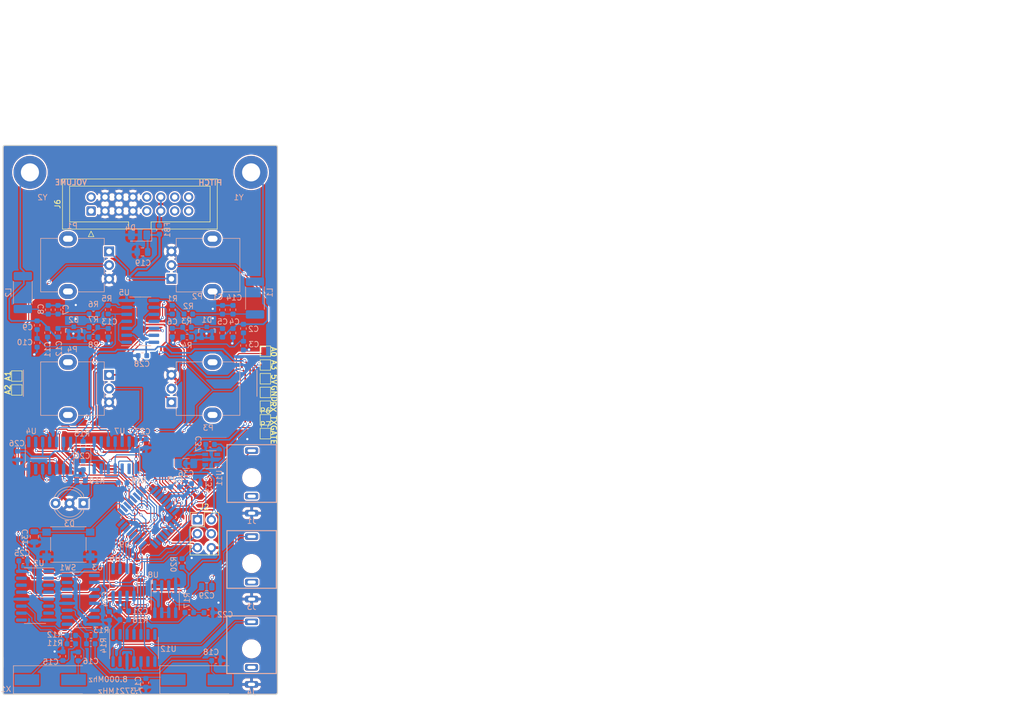
<source format=kicad_pcb>
(kicad_pcb (version 20221018) (generator pcbnew)
  (layers (0 "F.Cu" signal) (31 "B.Cu" signal) (34 "B.Paste" user) (35 "F.Paste" user) (36 "B.SilkS" user "B.Silkscreen") (37 "F.SilkS" user "F.Silkscreen") (38 "B.Mask" user) (39 "F.Mask" user) (44 "Edge.Cuts" user))
  (net 0 "")
  (net 1 "Net-(U5-Pad10)")
  (net 2 "Net-(C2-Pad1)")
  (net 3 "Net-(C1-Pad1)")
  (net 4 "Net-(C6-Pad1)")
  (net 5 "VDD")
  (net 6 "GND")
  (net 7 "Net-(C10-Pad1)")
  (net 8 "Net-(R1-Pad1)")
  (net 9 "VoutB")
  (net 10 "Net-(C13-Pad1)")
  (net 11 "Net-(U2-P1)")
  (net 12 "Net-(C16-Pad1)")
  (net 13 "Net-(U3-P1)")
  (net 14 "Net-(C18-Pad1)")
  (net 15 "VCC")
  (net 16 "Net-(U8A-+)")
  (net 17 "BUT")
  (net 18 "VO_PITCH")
  (net 19 "VO_VOL")
  (net 20 "F_PITCH")
  (net 21 "F_VOL")
  (net 22 "Net-(C5-Pad2)")
  (net 23 "DAC_LATCH")
  (net 24 "DAC_DI")
  (net 25 "DAC_SCK")
  (net 26 "DAC_CS")
  (net 27 "DAC2_CS")
  (net 28 "VrefB")
  (net 29 "Net-(U8A--)")
  (net 30 "A0")
  (net 31 "A1")
  (net 32 "A2")
  (net 33 "A3")
  (net 34 "LED_RED")
  (net 35 "Net-(C7-Pad1)")
  (net 36 "Net-(C12-Pad2)")
  (net 37 "Net-(R5-Pad1)")
  (net 38 "SAMPLE_CLK")
  (net 39 "Net-(U9-AREF)")
  (net 40 "Net-(U5-Pad1)")
  (net 41 "RESET")
  (net 42 "TXD")
  (net 43 "RXD")
  (net 44 "MISO")
  (net 45 "LED_BLUE")
  (net 46 "EX_CLK")
  (net 47 "VREF")
  (net 48 "DAC3_CS")
  (net 49 "Net-(U3-P0{slash})")
  (net 50 "Net-(U6-VoutA)")
  (net 56 "Net-(U2-Q5)")
  (net 65 "Net-(U3-Q4)")
  (net 74 "Net-(D3-A1)")
  (net 85 "Net-(J6-Pin_11)")
  (net 90 "Net-(C29-Pad2)")
  (net 91 "Net-(U12-VoutA)")
  (net 92 "Net-(U12-VoutB)")
  (net 93 "Net-(C2-Pad2)")
  (net 94 "Net-(C11-Pad1)")
  (net 95 "Net-(D3-A2)")
  (net 96 "GATE")
  (net 97 "VoutA")
  (footprint "GaudiLabsFootPrints:AntennaMountHole" (layer "F.Cu") (at 120.2 61.1)
    (fp_text reference "Y1")
    (fp_text value "MountPad3")
  )
  (footprint "TestPoint:TestPoint_Pad_1.5x1.5mm" (layer "F.Cu") (at 122.8 96.2 180)
    (fp_text reference "P11" hide)
    (fp_text value "A3_PAD")
  )
  (footprint "TestPoint:TestPoint_Pad_1.5x1.5mm" (layer "F.Cu") (at 77.5 100.75 180)
    (fp_text reference "P12" hide)
    (fp_text value "A2_PAD")
  )
  (footprint "TestPoint:TestPoint_Pad_1.5x1.5mm" (layer "F.Cu") (at 77.5 98.21 180)
    (fp_text reference "P13" hide)
    (fp_text value "A1_PAD")
  )
  (footprint "TestPoint:TestPoint_Pad_1.5x1.5mm" (layer "F.Cu") (at 122.8 93.7 180)
    (fp_text reference "P14" hide)
    (fp_text value "A0_PAD")
  )
  (footprint "Connector_PinHeader_2.54mm:PinHeader_2x03_P2.54mm_Vertical" (layer "F.Cu") (at 110.409 124.399)
    (fp_text reference "J2")
    (fp_text value "Conn_02x03_Odd_Even")
  )
  (footprint "TestPoint:TestPoint_Pad_1.5x1.5mm" (layer "F.Cu") (at 122.8 98.7 180)
    (fp_text reference "P8" hide)
    (fp_text value "VCC")
  )
  (footprint "TestPoint:TestPoint_Pad_1.5x1.5mm" (layer "F.Cu") (at 122.8 101.2 180)
    (fp_text reference "P9" hide)
    (fp_text value "GND")
  )
  (footprint "GaudiLabsFootPrints:AntennaMountHole" (layer "F.Cu") (at 79.9 61.1)
    (fp_text reference "Y2")
    (fp_text value "MountPad3")
  )
  (footprint "TestPoint:TestPoint_Pad_1.5x1.5mm" (layer "F.Cu") (at 122.8 103.7 180)
    (fp_text reference "P5" hide)
    (fp_text value "RXD")
  )
  (footprint "TestPoint:TestPoint_Pad_1.5x1.5mm" (layer "F.Cu") (at 122.8 106.2)
    (fp_text reference "P6")
    (fp_text value "TXD")
  )
  (footprint "Connector_IDC:IDC-Header_2x08_P2.54mm_Vertical" (layer "F.Cu") (at 91.04 68.14 90)
    (fp_text reference "J6")
    (fp_text value "POWER CONN")
  )
  (footprint "TestPoint:TestPoint_Pad_1.5x1.5mm" (layer "F.Cu") (at 122.8 108.7)
    (fp_text reference "P7")
    (fp_text value "GATE")
  )
  (footprint "Potentiometer_THT:Potentiometer_Alpha_RD901F-40-00D_Single_Vertical" (layer "B.Cu") (at 94.325 98 180)
    (fp_text reference "P4")
    (fp_text value "10k")
  )
  (footprint "Potentiometer_THT:Potentiometer_Alpha_RD901F-40-00D_Single_Vertical" (layer "B.Cu") (at 105.675 80.5)
    (fp_text reference "P2")
    (fp_text value "10k")
  )
  (footprint "Inductor_SMD:L_2512_6332Metric_Pad1.52x3.35mm_HandSolder" (layer "B.Cu") (at 78.6 83 -90)
    (fp_text reference "L2")
    (fp_text value "1mH")
  )
  (footprint "TO_SOT_Packages_SMD:SOT-23" (layer "B.Cu") (at 87.874 90.23624 180)
    (fp_text reference "D2")
    (fp_text value "BB914")
  )
  (footprint "Capacitor_SMD:C_0603_1608Metric" (layer "B.Cu") (at 85.014 86.1315 90)
    (fp_text reference "C7")
    (fp_text value "150pF")
  )
  (footprint "Capacitor_SMD:C_0603_1608Metric" (layer "B.Cu") (at 83.236 86.1315 90)
    (fp_text reference "C8")
    (fp_text value "150pF")
  )
  (footprint "Capacitor_SMD:C_0603_1608Metric" (layer "B.Cu") (at 81.204 88.951 -90)
    (fp_text reference "C9")
    (fp_text value "150pF")
  )
  (footprint "Capacitor_SMD:C_0603_1608Metric" (layer "B.Cu") (at 83.109 90.3225 -90)
    (fp_text reference "C11")
    (fp_text value "10pF")
  )
  (footprint "Capacitor_SMD:C_0603_1608Metric" (layer "B.Cu") (at 88.697 149.276 90)
    (fp_text reference "C16")
    (fp_text value "18pF")
  )
  (footprint "Capacitor_SMD:C_0603_1608Metric" (layer "B.Cu") (at 94.3485 141.91 -90)
    (fp_text reference "C24")
    (fp_text value "100nF")
  )
  (footprint "Capacitor_SMD:C_0603_1608Metric" (layer "B.Cu") (at 77.648 112.7 -90)
    (fp_text reference "C26")
    (fp_text value "100nF")
  )
  (footprint "Capacitor_SMD:C_0603_1608Metric" (layer "B.Cu") (at 101.0795 110.4775 -90)
    (fp_text reference "C27")
    (fp_text value "100nF")
  )
  (footprint "Capacitor_SMD:C_0603_1608Metric" (layer "B.Cu") (at 100.4 94.5 180)
    (fp_text reference "C28")
    (fp_text value "100nF")
  )
  (footprint "Resistor_SMD:R_0603_1608Metric" (layer "B.Cu") (at 108.763 86.919 180)
    (fp_text reference "R2")
    (fp_text value "2.2k")
  )
  (footprint "Resistor_SMD:R_0603_1608Metric" (layer "B.Cu") (at 108.509 91.11 180)
    (fp_text reference "R4")
    (fp_text value "100k")
  )
  (footprint "Resistor_SMD:R_0603_1608Metric" (layer "B.Cu") (at 94.158 86.1315 -90)
    (fp_text reference "R5")
    (fp_text value "4.7M")
  )
  (footprint "Resistor_SMD:R_0603_1608Metric" (layer "B.Cu") (at 91.4655 89.332 180)
    (fp_text reference "R7")
    (fp_text value "100k")
  )
  (footprint "Resistor_SMD:R_0603_1608Metric" (layer "B.Cu") (at 91.4655 91.11)
    (fp_text reference "R8")
    (fp_text value "100k")
  )
  (footprint "Resistor_SMD:R_0603_1608Metric" (layer "B.Cu") (at 87.427 145.466 180)
    (fp_text reference "R12")
    (fp_text value "470")
  )
  (footprint "Resistor_SMD:R_0603_1608Metric" (layer "B.Cu") (at 90.983 146.99 180)
    (fp_text reference "R14")
    (fp_text value "470")
  )
  (footprint "Resistor_SMD:R_0603_1608Metric" (layer "B.Cu") (at 108.93 141.29)
    (fp_text reference "R17")
    (fp_text value "2.2k")
  )
  (footprint "Inductor_SMD:L_2512_6332Metric_Pad1.52x3.35mm_HandSolder" (layer "B.Cu") (at 120.9 84 -90)
    (fp_text reference "L1")
    (fp_text value "1mH")
  )
  (footprint "TO_SOT_Packages_SMD:SOT-23" (layer "B.Cu") (at 112.126 90.25 180)
    (fp_text reference "D1")
    (fp_text value "BB914")
  )
  (footprint "Resistor_SMD:R_0603_1608Metric" (layer "B.Cu") (at 91.4655 86.919)
    (fp_text reference "R6")
    (fp_text value "2.2k")
  )
  (footprint "Capacitor_SMD:C_0603_1608Metric" (layer "B.Cu") (at 118.796 89.5605 -90)
    (fp_text reference "C2")
    (fp_text value "150pF")
  )
  (footprint "Capacitor_SMD:C_0603_1608Metric" (layer "B.Cu") (at 114.986 86.1315 90)
    (fp_text reference "C1")
    (fp_text value "150pF")
  )
  (footprint "Potentiometer_THT:Potentiometer_Alpha_RD901F-40-00D_Single_Vertical" (layer "B.Cu") (at 105.675 103)
    (fp_text reference "P3")
    (fp_text value "10k")
  )
  (footprint "Capacitor_SMD:C_0603_1608Metric" (layer "B.Cu") (at 116.891 90.348 -90)
    (fp_text reference "C4")
    (fp_text value "not assembled")
  )
  (footprint "Capacitor_SMD:C_0603_1608Metric" (layer "B.Cu") (at 114.986 90.348 90)
    (fp_text reference "C5")
    (fp_text value "470pF")
  )
  (footprint "Capacitor_SMD:C_0603_1608Metric" (layer "B.Cu") (at 116.891 86.1315 90)
    (fp_text reference "C14")
    (fp_text value "47pF")
  )
  (footprint "Capacitor_SMD:C_0603_1608Metric" (layer "B.Cu") (at 106.35 118.415)
    (fp_text reference "C23")
    (fp_text value "100nF")
  )
  (footprint "Package_SO:SOIC-14_3.9x8.7mm_P1.27mm" (layer "B.Cu") (at 100 88.25)
    (fp_text reference "U5")
    (fp_text value "4069")
  )
  (footprint "Package_SO:SOIC-8_3.9x4.9mm_P1.27mm" (layer "B.Cu") (at 96.952 135.814 -90)
    (fp_text reference "U6")
    (fp_text value "MCP4921-E/SN")
  )
  (footprint "Resistor_SMD:R_0603_1608Metric" (layer "B.Cu") (at 107.62 132.258 -90)
    (fp_text reference "R20")
    (fp_text value "2.2k")
  )
  (footprint "Package_SO:SOIC-14_3.9x8.7mm_P1.27mm" (layer "B.Cu") (at 83.49 112.7 90)
    (fp_text reference "U4")
    (fp_text value "74HC74")
  )
  (footprint "Resistor_SMD:R_0603_1608Metric" (layer "B.Cu") (at 90.983 145.466)
    (fp_text reference "R13")
    (fp_text value "4.7M")
  )
  (footprint "Crystal:Crystal_SMD_HC49-SD" (layer "B.Cu") (at 83.5916 153.5432)
    (fp_text reference "X1")
    (fp_text value "16MHz")
  )
  (footprint "Resistor_SMD:R_0603_1608Metric" (layer "B.Cu") (at 89.586 110.922 90)
    (fp_text reference "R15")
    (fp_text value "100k")
  )
  (footprint "LED_THT:LED_D5.0mm-3" (layer "B.Cu") (at 89.65 121.4 180)
    (fp_text reference "D3")
    (fp_text value "LED_Dual_AKA")
  )
  (footprint "Package_TO_SOT_SMD:SOT-23-5" (layer "B.Cu") (at 112.9286 113.4366)
    (fp_text reference "U11")
    (fp_text value "LP2985-3.3")
  )
  (footprint "Capacitor_SMD:C_0603_1608Metric" (layer "B.Cu") (at 110.1346 117.8308)
    (fp_text reference "C33")
    (fp_text value "100nF")
  )
  (footprint "Capacitor_SMD:C_0603_1608Metric" (layer "B.Cu") (at 89.586 114.478 -90)
    (fp_text reference "C20")
    (fp_text value "100n")
  )
  (footprint "Capacitor_SMD:C_0603_1608Metric" (layer "B.Cu") (at 113.7922 150.0634)
    (fp_text reference "C18")
    (fp_text value "18pF")
  )
  (footprint "Capacitor_SMD:C_0603_1608Metric" (layer "B.Cu") (at 85.9 149.2505 90)
    (fp_text reference "C15")
    (fp_text value "18pF")
  )
  (footprint "Resistor_SMD:R_0603_1608Metric" (layer "B.Cu") (at 87.427 146.99)
    (fp_text reference "R11")
    (fp_text value "4.7M")
  )
  (footprint "Package_SO:SOIC-16_3.9x9.9mm_P1.27mm" (layer "B.Cu") (at 80.823 138.227 180)
    (fp_text reference "U2")
    (fp_text value "4060")
  )
  (footprint "Capacitor_SMD:C_0603_1608Metric" (layer "B.Cu") (at 78.664 131.877)
    (fp_text reference "C25")
    (fp_text value "100nF")
  )
  (footprint "Capacitor_SMD:C_0603_1608Metric" (layer "B.Cu") (at 97.079 141.021 180)
    (fp_text reference "C21")
    (fp_text value "100nF")
  )
  (footprint "Resistor_SMD:R_0603_1608Metric" (layer "B.Cu") (at 97.079 142.6085 180)
    (fp_text reference "R16")
    (fp_text value "100k")
  )
  (footprint "Resistor_SMD:R_0603_1608Metric" (layer "B.Cu") (at 89.2 117.3)
    (fp_text reference "R19")
    (fp_text value "470")
  )
  (footprint "Resistor_SMD:R_0603_1608Metric" (layer "B.Cu") (at 96.787 117.653)
    (fp_text reference "R18")
    (fp_text value "470")
  )
  (footprint "Resistor_SMD:R_0603_1608Metric" (layer "B.Cu") (at 108.509 89.332)
    (fp_text reference "R3")
    (fp_text value "100k")
  )
  (footprint "Capacitor_SMD:C_0603_1608Metric" (layer "B.Cu") (at 94.158 90.3225 -90)
    (fp_text reference "C13")
    (fp_text value "100nF")
  )
  (footprint "Capacitor_SMD:C_0603_1608Metric" (layer "B.Cu") (at 85.014 90.3225 90)
    (fp_text reference "C12")
    (fp_text value "470pF")
  )
  (footprint "Capacitor_SMD:C_0603_1608Metric" (layer "B.Cu") (at 118.796 92.6595 -90)
    (fp_text reference "C3")
    (fp_text value "150pF")
  )
  (footprint "Capacitor_SMD:C_0603_1608Metric" (layer "B.Cu") (at 112.7175 110.6608 180)
    (fp_text reference "C37")
    (fp_text value "1uF")
  )
  (footprint "Resistor_SMD:R_0603_1608Metric" (layer "B.Cu") (at 105.842 86.1315 -90)
    (fp_text reference "R1")
    (fp_text value "4.7M")
  )
  (footprint "Capacitor_SMD:C_0603_1608Metric" (layer "B.Cu") (at 105.842 90.3 -90)
    (fp_text reference "C6")
    (fp_text value "100nF")
  )
  (footprint "Capacitor_SMD:C_0603_1608Metric" (layer "B.Cu") (at 81.204 92.1515 -90)
    (fp_text reference "C10")
    (fp_text value "150pF")
  )
  (footprint "Package_SO:SOIC-14_3.9x8.7mm_P1.27mm" (layer "B.Cu") (at 98.857 147.752 -90)
    (fp_text reference "U12")
    (fp_text value "MCP4922-E/SL")
  )
  (footprint "Package_SO:SOIC-14_3.9x8.7mm_P1.27mm" (layer "B.Cu") (at 95.428 112.635 90)
    (fp_text reference "U7")
    (fp_text value "MCP4922-E/SL")
  )
  (footprint "Package_SO:SOIC-8_3.9x4.9mm_P1.27mm" (layer "B.Cu") (at 104.547 138.8555 -90)
    (fp_text reference "U8")
    (fp_text value "LM358 / MCP6002")
  )
  (footprint "Capacitor_SMD:C_0805_2012Metric" (layer "B.Cu") (at 112.1 136.6)
    (fp_text reference "C29")
    (fp_text value "10uF")
  )
  (footprint "Capacitor_SMD:C_1206_3216Metric" (layer "B.Cu") (at 108.3386 114.1366)
    (fp_text reference "C36")
    (fp_text value "47uF")
  )
  (footprint "Crystal:Crystal_SMD_HC49-SD" (layer "B.Cu") (at 110.2616 153.5432)
    (fp_text reference "X2" hide)
    (fp_text value "7.3721MHz")
  )
  (footprint "Package_SO:SOIC-16_3.9x9.9mm_P1.27mm" (layer "B.Cu") (at 89.143 138.989 180)
    (fp_text reference "U3")
    (fp_text value "4060")
  )
  (footprint "Capacitor_SMD:C_0603_1608Metric" (layer "B.Cu") (at 101.016 154.102 -90)
    (fp_text reference "C17")
    (fp_text value "18pF")
  )
  (footprint "Potentiometer_THT:Potentiometer_Alpha_RD901F-40-00D_Single_Vertical" (layer "B.Cu") (at 94.325 75.5 180)
    (fp_text reference "P1")
    (fp_text value "10k")
  )
  (footprint "Capacitor_SMD:C_0603_1608Metric" (layer "B.Cu") (at 112.4 141.31)
    (fp_text reference "C22")
    (fp_text value "100nF")
  )
  (footprint "Package_QFP:TQFP-32_7x7mm_P0.8mm" (layer "B.Cu") (at 101.494039 123.940753 45)
    (fp_text reference "U9")
    (fp_text value "ATmega328P-AU")
  )
  (footprint "Capacitor_SMD:C_0805_2012Metric" (layer "B.Cu") (at 80.7 127.5 -90)
    (fp_text reference "C31")
    (fp_text value "100nF")
  )
  (footprint "Kicad_Akiyuki_Footprint:THONKICONN" (layer "B.Cu") (at 120.2946 132.3774 180)
    (fp_text reference "J3")
    (fp_text value "CV PITCH")
  )
  (footprint "Button_Switch_SMD:SW_Push_1P1T_NO_6x6mm_H9.5mm" (layer "B.Cu") (at 86.9 128.9 180)
    (fp_text reference "SW1")
    (fp_text value "SW_Push")
  )
  (footprint "Inductor_SMD:L_0603_1608Metric" (layer "B.Cu") (at 103.5 71.6 90)
    (fp_text reference "FB1")
    (fp_text value "FERRITE")
  )
  (footprint "Diode_SMD:D_1206_3216Metric" (layer "B.Cu") (at 99.8 72.5 180)
    (fp_text reference "D4")
    (fp_text value "1N4007")
  )
  (footprint "Capacitor_SMD:C_0805_2012Metric" (layer "B.Cu") (at 100.4 75.6 180)
    (fp_text reference "C19")
    (fp_text value "10uF")
  )
  (footprint "Kicad_Akiyuki_Footprint:THONKICONN" (layer "B.Cu") (at 120.2692 147.91 180)
    (fp_text reference "J4")
    (fp_text value "CV VOL")
  )
  (footprint "Kicad_Akiyuki_Footprint:THONKICONN" (layer "B.Cu") (at 120.3 116.72 180)
    (fp_text reference "J1")
    (fp_text value "AUDIO")
  )
  (gr_line (start 121.2598 101.905) (end 121.2598 97.1298) (stroke (width 0.15)) (layer "B.SilkS"))
  (gr_line (start 78.7 101.905) (end 78.7 97.1298) (stroke (width 0.15)) (layer "B.SilkS"))
  (gr_line (start 75 56.5) (end 75 145.25) (stroke (width 0.2)) (layer "Edge.Cuts"))
  (gr_arc (start 75.012132 56.5) (mid 75.1 56.287868) (end 75.312132 56.2) (stroke (width 0.2)) (layer "Edge.Cuts"))
  (gr_arc (start 75.3 156.2) (mid 75.087868 156.112132) (end 75 155.9) (stroke (width 0.2)) (layer "Edge.Cuts"))
  (gr_arc (start 124.987857 155.887847) (mid 124.900018 156.100008) (end 124.687857 156.187847) (stroke (width 0.2)) (layer "Edge.Cuts"))
  (gr_line (start 125 155.9) (end 125 56.5) (stroke (width 0.2)) (layer "Edge.Cuts"))
  (gr_line (start 75 145.25) (end 75 151.25) (stroke (width 0.2)) (layer "Edge.Cuts"))
  (gr_line (start 124.612132 56.2) (end 75.312132 56.2) (stroke (width 0.2)) (layer "Edge.Cuts"))
  (gr_arc (start 124.7 56.2) (mid 124.912132 56.287868) (end 125 56.5) (stroke (width 0.2)) (layer "Edge.Cuts"))
  (gr_line (start 75.3 156.2) (end 124.7 156.2) (stroke (width 0.2)) (layer "Edge.Cuts"))
  (gr_line (start 75 149.492) (end 75 155.9) (stroke (width 0.2)) (layer "Edge.Cuts"))
  (gr_text "8.000Mhz" (at 94.1326 153.467) (layer "B.SilkS") (effects (font (size 1 1)) (justify mirror)))
  (gr_text "VOLUME" (at 87.3635 62.916) (layer "B.SilkS") (effects (font (size 1 1) (thickness 0.2)) (justify mirror)))
  (gr_text "PITCH" (at 112.7635 62.9795) (layer "B.SilkS") (effects (font (size 1 1) (thickness 0.2)) (justify mirror)))
  (gr_text "7.3721MHz" (at 96.4186 155.6006) (layer "B.SilkS") (effects (font (size 1 1)) (justify mirror)))
  (gr_text "5V" (at 124.4 98.8 270) (layer "F.SilkS") (effects (font (size 1 1) (thickness 0.2))))
  (gr_text "A3" (at 124.4 96.2 -90) (layer "F.SilkS") (effects (font (size 1 1) (thickness 0.2))))
  (gr_text "A0" (at 124.3 93.8 -90) (layer "F.SilkS") (effects (font (size 1 1) (thickness 0.2))))
  (gr_text "A1" (at 75.87 98.1966 -270) (layer "F.SilkS") (effects (font (size 1 1) (thickness 0.2))))
  (gr_text "A2" (at 75.87 100.6858 -270) (layer "F.SilkS") (effects (font (size 1 1) (thickness 0.2))))
  (gr_text "TX" (at 124.3 106.3 -90) (layer "F.SilkS") (effects (font (size 1 1) (thickness 0.2))))
  (gr_text "GND" (at 124.4 101.4 -90) (layer "F.SilkS") (effects (font (size 1 1) (thickness 0.2))))
  (gr_text "GATE" (at 124.3 108.9 270) (layer "F.SilkS") (effects (font (size 1 1) (thickness 0.2))))
  (gr_text "RX" (at 124.2 103.8 270) (layer "F.SilkS") (effects (font (size 1 1) (thickness 0.2))))
  (segment (start 102.475 90.79) (end 101.204 90.79) (width 0.2) (layer "B.Cu") (net 1))
  (segment (start 101.463 86.98) (end 102.475 86.98) (width 0.2) (layer "B.Cu") (net 1))
  (segment (start 100.889 90.475) (end 100.889 87.554) (width 0.2) (layer "B.Cu") (net 1))
  (segment (start 100.889 87.554) (end 101.463 86.98) (width 0.2) (layer "B.Cu") (net 1))
  (segment (start 101.204 90.79) (end 100.889 90.475) (width 0.2) (layer "B.Cu") (net 1))
  (segment (start 122.427 88.773) (end 118.796 88.773) (width 0.3) (layer "B.Cu") (net 2))
  (segment (start 122.352 84.952) (end 123.172 85.772) (width 0.3) (layer "B.Cu") (net 2))
  (segment (start 116.891 89.5605) (end 116.561 89.5605) (width 0.3) (layer "B.Cu") (net 2))
  (segment (start 122.352 63.252) (end 122.352 84.952) (width 0.3) (layer "B.Cu") (net 2))
  (segment (start 117.6785 88.773) (end 116.891 89.5605) (width 0.3) (layer "B.Cu") (net 2))
  (segment (start 123.172 88.028) (end 122.427 88.773) (width 0.3) (layer "B.Cu") (net 2))
  (segment (start 123.172 85.772) (end 123.172 88.028) (width 0.3) (layer "B.Cu") (net 2))
  (segment (start 118.796 88.773) (end 117.6785 88.773) (width 0.3) (layer "B.Cu") (net 2))
  (segment (start 120.2 61.1) (end 122.352 63.252) (width 0.3) (layer "B.Cu") (net 2))
  (segment (start 116.561 89.5605) (end 114.986 91.1355) (width 0.3) (layer "B.Cu") (net 2))
  (segment (start 120.8315 86.919) (end 120.9 86.9875) (width 0.2) (layer "B.Cu") (net 3))
  (segment (start 109.5505 86.919) (end 114.986 86.919) (width 0.2) (layer "B.Cu") (net 3))
  (segment (start 116.891 86.919) (end 120.8315 86.919) (width 0.2) (layer "B.Cu") (net 3))
  (segment (start 114.986 86.919) (end 116.891 86.919) (width 0.2) (layer "B.Cu") (net 3))
  (segment (start 107.541 89.5125) (end 107.7215 89.332) (width 0.2) (layer "B.Cu") (net 4))
  (segment (start 107.7215 89.332) (end 107.7215 89.535) (width 0.2) (layer "B.Cu") (net 4))
  (segment (start 107.7215 89.535) (end 109.2965 91.11) (width 0.2) (layer "B.Cu") (net 4))
  (segment (start 105.842 89.5125) (end 107.541 89.5125) (width 0.2) (layer "B.Cu") (net 4))
  (segment (start 120.0152 106.9596) (end 120.0152 96.444) (width 0.3) (layer "F.Cu") (net 5))
  (segment (start 119.9898 106.985) (end 120.0152 106.9596) (width 0.3) (layer "F.Cu") (net 5))
  (segment (start 120.0152 96.444) (end 118.9992 95.428) (width 0.3) (layer "F.Cu") (net 5))
  (via (at 119.9898 106.985) (size 0.6) (drill 0.4) (layers "F.Cu" "B.Cu") (net 5))
  (via (at 118.9992 95.428) (size 0.6) (drill 0.4) (layers "F.Cu" "B.Cu") (net 5))
  (segment (start 101.077 92.06) (end 101.077 93.3858) (width 0.3) (layer "B.Cu") (net 5))
  (segment (start 114.0286 114.3866) (end 114.2242 114.3866) (width 0.3) (layer "B.Cu") (net 5))
  (segment (start 104.6228 92.8626) (end 103.2004 92.8626) (width 0.3) (layer "B.Cu") (net 5))
  (segment (start 115.283 111.2704) (end 115.7044 111.2704) (width 0.3) (layer "B.Cu") (net 5))
  (segment (start 90.983 95.174) (end 90.983 103.683) (width 0.3) (layer "B.Cu") (net 5))
  (segment (start 102.475 92.06) (end 101.077 92.06) (width 0.3) (layer "B.Cu") (net 5))
  (segment (start 117.228 95.428) (end 115.1 93.3) (width 0.3) (layer "B.Cu") (net 5))
  (segment (start 115.7044 111.2704) (end 119.9898 106.985) (width 0.3) (layer "B.Cu") (net 5))
  (segment (start 101.077 93.3858) (end 101.077 94.3895) (width 0.3) (layer "B.Cu") (net 5))
  (segment (start 113.505 110.6608) (end 114.6734 110.6608) (width 0.3) (layer "B.Cu") (net 5))
  (segment (start 101.077 93.3858) (end 101.0668 93.396) (width 0.3) (layer "B.Cu") (net 5))
  (segment (start 89.586 109.525) (end 89.586 110.1345) (width 0.3) (layer "B.Cu") (net 5))
  (segment (start 109.1948 93.9802) (end 105.7404 93.9802) (width 0.3) (layer "B.Cu") (net 5))
  (segment (start 109.875 93.3) (end 109.1948 93.9802) (width 0.3) (layer "B.Cu") (net 5))
  (segment (start 114.6734 110.6608) (end 115.156 111.1434) (width 0.3) (layer "B.Cu") (net 5))
  (segment (start 101.077 94.3895) (end 101.1875 94.5) (width 0.3) (layer "B.Cu") (net 5))
  (segment (start 101.0668 93.396) (end 95.809 93.396) (width 0.3) (layer "B.Cu") (net 5))
  (segment (start 118.9992 95.428) (end 117.228 95.428) (width 0.3) (layer "B.Cu") (net 5))
  (segment (start 105.7404 93.9802) (end 104.6228 92.8626) (width 0.3) (layer "B.Cu") (net 5))
  (segment (start 90.983 103.683) (end 91.364 104.064) (width 0.3) (layer "B.Cu") (net 5))
  (segment (start 92.38 93.777) (end 90.983 95.174) (width 0.3) (layer "B.Cu") (net 5))
  (segment (start 115.1 93.3) (end 109.875 93.3) (width 0.3) (layer "B.Cu") (net 5))
  (segment (start 102.667 93.396) (end 101.0668 93.396) (width 0.3) (layer "B.Cu") (net 5))
  (segment (start 95.428 93.777) (end 92.38 93.777) (width 0.3) (layer "B.Cu") (net 5))
  (segment (start 95.809 93.396) (end 95.428 93.777) (width 0.3) (layer "B.Cu") (net 5))
  (segment (start 103.2004 92.8626) (end 102.667 93.396) (width 0.3) (layer "B.Cu") (net 5))
  (segment (start 91.364 107.747) (end 89.586 109.525) (width 0.3) (layer "B.Cu") (net 5))
  (segment (start 115.283 113.3278) (end 115.283 111.2704) (width 0.3) (layer "B.Cu") (net 5))
  (segment (start 115.283 111.2704) (end 115.156 111.1434) (width 0.3) (layer "B.Cu") (net 5))
  (segment (start 114.2242 114.3866) (end 115.283 113.3278) (width 0.3) (layer "B.Cu") (net 5))
  (segment (start 91.364 104.064) (end 91.364 107.747) (width 0.3) (layer "B.Cu") (net 5))
  (segment (start 113.208 85.9665) (end 113.208 87.681) (width 0.3) (layer "F.Cu") (net 6))
  (segment (start 88.2525 85.268) (end 88.2525 87.808) (width 0.3) (layer "F.Cu") (net 6))
  (via (at 109.37 131.36) (size 0.6) (drill 0.4) (layers "F.Cu" "B.Cu") (net 6))
  (via (at 112.065 90.475) (size 0.6) (drill 0.4) (layers "F.Cu" "B.Cu") (net 6))
  (via (at 84.4 148.4) (size 0.6) (drill 0.4) (layers "F.Cu" "B.Cu") (net 6))
  (via (at 100.127 112.065) (size 0.6) (drill 0.4) (layers "F.Cu" "B.Cu") (net 6))
  (via (at 99.746 126.035) (size 0.6) (drill 0.4) (layers "F.Cu" "B.Cu") (net 6))
  (via (at 88.2525 85.268) (size 0.6) (drill 0.4) (layers "F.Cu" "B.Cu") (net 6))
  (via (at 94.285 92.253) (size 0.6) (drill 0.4) (layers "F.Cu" "B.Cu") (net 6))
  (via (at 109.1872 119.0322) (size 0.6) (drill 0.4) (layers "F.Cu" "B.Cu") (net 6))
  (via (at 96.3805 139.9415) (size 0.6) (drill 0.4) (layers "F.Cu" "B.Cu") (net 6))
  (via (at 113.208 87.681) (size 0.6) (drill 0.4) (layers "F.Cu" "B.Cu") (net 6))
  (via (at 115.0368 115.9258) (size 0.6) (drill 0.4) (layers "F.Cu" "B.Cu") (net 6))
  (via (at 108.001 117.907) (size 0.6) (drill 0.4) (layers "F.Cu" "B.Cu") (net 6))
  (via (at 116.764 92.253) (size 0.6) (drill 0.4) (layers "F.Cu" "B.Cu") (net 6))
  (via (at 105.969 92.126) (size 0.6) (drill 0.4) (layers "F.Cu" "B.Cu") (net 6))
  (via (at 80.696 94.285) (size 0.6) (drill 0.4) (layers "F.Cu" "B.Cu") (net 6))
  (via (at 83.49 92.126) (size 0.6) (drill 0.4) (layers "F.Cu" "B.Cu") (net 6))
  (via (at 96.698 108.89) (size 0.6) (drill 0.4) (layers "F.Cu" "B.Cu") (net 6))
  (via (at 104.953 123.622) (size 0.6) (drill 0.4) (layers "F.Cu" "B.Cu") (net 6))
  (via (at 88.2525 87.808) (size 0.6) (drill 0.4) (layers "F.Cu" "B.Cu") (net 6))
  (via (at 77.875 129.63) (size 0.6) (drill 0.4) (layers "F.Cu" "B.Cu") (net 6))
  (via (at 119.5 109.7) (size 0.6) (drill 0.4) (layers "F.Cu" "B.Cu") (net 6))
  (via (at 119.812 93.396) (size 0.6) (drill 0.4) (layers "F.Cu" "B.Cu") (net 6))
  (via (at 98.6284 130.7086) (size 0.6) (drill 0.4) (layers "F.Cu" "B.Cu") (net 6))
  (via (at 87.808 90.475) (size 0.6) (drill 0.4) (layers "F.Cu" "B.Cu") (net 6))
  (via (at 114.2494 139.497) (size 0.6) (drill 0.4) (layers "F.Cu" "B.Cu") (net 6))
  (via (at 113.208 85.9665) (size 0.6) (drill 0.4) (layers "F.Cu" "B.Cu") (net 6))
  (via (at 88.57 115.875) (size 0.6) (drill 0.4) (layers "F.Cu" "B.Cu") (net 6))
  (segment (start 107.1375 118.415) (end 107.493 118.415) (width 0.3) (layer "B.Cu") (net 6))
  (segment (start 87.808 91.237) (end 87.808 90.475) (width 0.3) (layer "B.Cu") (net 6))
  (segment (start 99.337363 127.794485) (end 99.337363 127.840637) (width 0.3) (layer "B.Cu") (net 6))
  (segment (start 82.0295 142.672) (end 81.5215 142.164) (width 0.3) (layer "B.Cu") (net 6))
  (segment (start 81.5215 140.0685) (end 80.315 138.862) (width 0.3) (layer "B.Cu") (net 6))
  (segment (start 87.808 91.237) (end 86.924 91.237) (width 0.3) (layer "B.Cu") (net 6))
  (segment (start 108.1788 120.0406) (end 106.0452 120.0406) (width 0.3) (layer "B.Cu") (net 6))
  (segment (start 116.891 85.344) (end 114.986 85.344) (width 0.3) (layer "B.Cu") (net 6))
  (segment (start 96.2915 141.021) (end 96.2915 139.8525) (width 0.3) (layer "B.Cu") (net 6))
  (segment (start 116.891 91.1355) (end 116.891 92.126) (width 0.3) (layer "B.Cu") (net 6))
  (segment (start 99.383515 127.794485) (end 100.127 127.051) (width 0.3) (layer "B.Cu") (net 6))
  (segment (start 83.109 91.745) (end 83.49 92.126) (width 0.3) (layer "B.Cu") (net 6))
  (segment (start 110.4386 113.4366) (end 109.7386 114.1366) (width 0.3) (layer "B.Cu") (net 6))
  (segment (start 113.8305 85.344) (end 113.208 85.9665) (width 0.3) (layer "B.Cu") (net 6))
  (segment (start 100.127 127.051) (end 100.127 126.543) (width 0.3) (layer "B.Cu") (net 6))
  (segment (start 99.111 125.781) (end 98.228886 126.663114) (width 0.3) (layer "B.Cu") (net 6))
  (segment (start 112.05124 90.48876) (end 112.065 90.475) (width 0.3) (layer "B.Cu") (net 6))
  (segment (start 106.0452 120.0406) (end 104.867408 121.218392) (width 0.3) (layer "B.Cu") (net 6))
  (segment (start 111.176 91.25076) (end 112.05124 91.25076) (width 0.3) (layer "B.Cu") (net 6))
  (segment (start 85.014 85.344) (end 88.1765 85.344) (width 0.3) (layer "B.Cu") (net 6))
  (segment (start 98.228886 126.663114) (end 98.205992 126.663114) (width 0.3) (layer "B.Cu") (net 6))
  (segment (start 89.1795 115.2655) (end 88.57 115.875) (width 0.3) (layer "B.Cu") (net 6))
  (segment (start 99.71425 126.13025) (end 99.111 125.527) (width 0.3) (layer "B.Cu") (net 6))
  (segment (start 101.0795 111.265) (end 100.927 111.265) (width 0.3) (layer "B.Cu") (net 6))
  (segment (start 96.2915 139.8525) (end 96.2915 138.3145) (width 0.3) (layer "B.Cu") (net 6))
  (segment (start 96.698 110.16) (end 96.698 108.89) (width 0.3) (layer "B.Cu") (net 6))
  (segment (start 118.796 93.447) (end 119.761 93.447) (width 0.3) (layer "B.Cu") (net 6))
  (segment (start 114.986 85.344) (end 113.8305 85.344) (width 0.3) (layer "B.Cu") (net 6))
  (segment (start 94.158 92.126) (end 94.285 92.253) (width 0.3) (layer "B.Cu") (net 6))
  (segment (start 104.064 122.225998) (end 104.953 123.114998) (width 0.3) (layer "B.Cu") (net 6))
  (segment (start 111.8286 113.4366) (end 110.4386 113.4366) (width 0.3) (layer "B.Cu") (net 6))
  (segment (start 111.0745 117.9831) (end 110.3886 118.669) (width 0.3) (layer "B.Cu") (net 6))
  (segment (start 104.953 123.114998) (end 104.953 123.622) (width 0.3) (layer "B.Cu") (net 6))
  (segment (start 88.1765 85.344) (end 88.2525 85.268) (width 0.3) (layer "B.Cu") (net 6))
  (segment (start 112.05124 91.25076) (end 113.076 91.25076) (width 0.3) (layer "B.Cu") (net 6))
  (segment (start 96.2915 139.8525) (end 96.3805 139.9415) (width 0.3) (layer "B.Cu") (net 6))
  (segment (start 83.298 142.672) (end 82.0295 142.672) (width 0.3) (layer "B.Cu") (net 6))
  (segment (start 98.7808 129.4386) (end 98.7808 128.3972) (width 0.3) (layer "B.Cu") (net 6))
  (segment (start 96.2915 138.3145) (end 96.317 138.289) (width 0.3) (layer "B.Cu") (net 6))
  (segment (start 99.337363 127.794485) (end 99.383515 127.794485) (width 0.3) (layer "B.Cu") (net 6))
  (segment (start 111.0745 117.8308) (end 111.0745 117.9831) (width 0.3) (layer "B.Cu") (net 6))
  (segment (start 104.064 121.971) (end 104.064 122.225998) (width 0.3) (layer "B.Cu") (net 6))
  (segment (start 109.5504 118.669) (end 108.1788 120.0406) (width 0.3) (layer "B.Cu") (net 6))
  (segment (start 98.6284 130.7086) (end 98.6284 129.591) (width 0.3) (layer "B.Cu") (net 6))
  (segment (start 98.6284 129.591) (end 98.7808 129.4386) (width 0.3) (layer "B.Cu") (net 6))
  (segment (start 81.204 93.777) (end 80.696 94.285) (width 0.3) (layer "B.Cu") (net 6))
  (segment (start 99.337363 127.840637) (end 98.7808 128.3972) (width 0.3) (layer "B.Cu") (net 6))
  (segment (start 89.586 115.2655) (end 89.1795 115.2655) (width 0.3) (layer "B.Cu") (net 6))
  (segment (start 119.761 93.447) (end 119.812 93.396) (width 0.3) (layer "B.Cu") (net 6))
  (segment (start 100.127 126.543) (end 99.71425 126.13025) (width 0.3) (layer "B.Cu") (net 6))
  (segment (start 104.782086 121.252914) (end 104.064 121.971) (width 0.3) (layer "B.Cu") (net 6))
  (segment (start 88.824 91.237) (end 87.808 91.237) (width 0.3) (layer "B.Cu") (net 6))
  (segment (start 104.867408 121.218392) (end 104.782086 121.218392) (width 0.3) (layer "B.Cu") (net 6))
  (segment (start 105.675 98) (end 105.35 97.675) (width 0.3) (layer "B.Cu") (net 6))
  (segment (start 116.891 92.126) (end 116.764 92.253) (width 0.3) (layer "B.Cu") (net 6))
  (segment (start 107.493 118.415) (end 108.001 117.907) (width 0.3) (layer "B.Cu") (net 6))
  (segment (start 100.927 111.265) (end 100.127 112.065) (width 0.3) (layer "B.Cu") (net 6))
  (segment (start 99.111 125.527) (end 99.111 125.781) (width 0.3) (layer "B.Cu") (net 6))
  (segment (start 94.158 91.11) (end 94.158 92.126) (width 0.3) (layer "B.Cu") (net 6))
  (segment (start 81.204 92.939) (end 81.204 93.777) (width 0.3) (layer "B.Cu") (net 6))
  (segment (start 110.3886 118.669) (end 109.5504 118.669) (width 0.3) (layer "B.Cu") (net 6))
  (segment (start 83.236 85.344) (end 85.014 85.344) (width 0.3) (layer "B.Cu") (net 6))
  (segment (start 81.5215 142.164) (end 81.5215 140.0685) (width 0.3) (layer "B.Cu") (net 6))
  (segment (start 83.109 91.11) (end 83.109 91.745) (width 0.3) (layer "B.Cu") (net 6))
  (segment (start 105.842 91.0875) (end 105.842 91.999) (width 0.3) (layer "B.Cu") (net 6))
  (segment (start 99.71425 126.06675) (end 99.746 126.035) (width 0.3) (layer "B.Cu") (net 6))
  (segment (start 80.315 138.862) (end 78.348 138.862) (width 0.3) (layer "B.Cu") (net 6))
  (segment (start 104.782086 121.218392) (end 104.782086 121.252914) (width 0.3) (layer "B.Cu") (net 6))
  (segment (start 105.842 91.999) (end 105.969 92.126) (width 0.3) (layer "B.Cu") (net 6))
  (segment (start 99.71425 126.13025) (end 99.71425 126.06675) (width 0.3) (layer "B.Cu") (net 6))
  (segment (start 112.05124 91.25076) (end 112.05124 90.48876) (width 0.3) (layer "B.Cu") (net 6))
  (segment (start 84.633 92.888) (end 85.141 92.38) (width 0.2) (layer "B.Cu") (net 7))
  (segment (start 82.855 92.888) (end 84.633 92.888) (width 0.2) (layer "B.Cu") (net 7))
  (segment (start 91.11 92.38) (end 91.745 93.015) (width 0.2) (layer "B.Cu") (net 7))
  (segment (start 81.204 89.7385) (end 81.204 91.364) (width 0.2) (layer "B.Cu") (net 7))
  (segment (start 94.158 86.919) (end 97.464 86.919) (width 0.2) (layer "B.Cu") (net 7))
  (segment (start 81.331 91.364) (end 82.855 92.888) (width 0.2) (layer "B.Cu") (net 7))
  (segment (start 94.793 93.015) (end 95.428 92.38) (width 0.2) (layer "B.Cu") (net 7))
  (segment (start 95.428 91.872) (end 95.428 86.919) (width 0.2) (layer "B.Cu") (net 7))
  (segment (start 85.141 92.38) (end 91.11 92.38) (width 0.2) (layer "B.Cu") (net 7))
  (segment (start 91.745 93.015) (end 94.793 93.015) (width 0.2) (layer "B.Cu") (net 7))
  (segment (start 81.204 91.364) (end 81.331 91.364) (width 0.2) (layer "B.Cu") (net 7))
  (segment (start 97.464 86.919) (end 97.525 86.98) (width 0.2) (layer "B.Cu") (net 7))
  (segment (start 95.428 92.38) (end 95.428 91.872) (width 0.2) (layer "B.Cu") (net 7))
  (segment (start 104.191 85.141) (end 104.318 85.014) (width 0.2) (layer "F.Cu") (net 8))
  (segment (start 104.064 85.141) (end 104.191 85.141) (width 0.2) (layer "F.Cu") (net 8))
  (segment (start 104.064 87.554) (end 104.064 85.141) (width 0.2) (layer "F.Cu") (net 8))
  (via (at 104.318 85.014) (size 0.5) (drill 0.3) (layers "F.Cu" "B.Cu") (net 8))
  (via (at 104.064 87.554) (size 0.5) (drill 0.3) (layers "F.Cu" "B.Cu") (net 8))
  (segment (start 104.938 84.44) (end 105.842 85.344) (width 0.2) (layer "B.Cu") (net 8))
  (segment (start 104.379 84.44) (end 104.379 84.953) (width 0.2) (layer "B.Cu") (net 8))
  (segment (start 102.475 88.25) (end 103.368 88.25) (width 0.2) (layer "B.Cu") (net 8))
  (segment (start 105.842 85.344) (end 106.4005 85.344) (width 0.2) (layer "B.Cu") (net 8))
  (segment (start 102.475 84.44) (end 104.379 84.44) (width 0.2) (layer "B.Cu") (net 8))
  (segment (start 104.379 84.44) (end 104.938 84.44) (width 0.2) (layer "B.Cu") (net 8))
  (segment (start 103.368 88.25) (end 104.064 87.554) (width 0.2) (layer "B.Cu") (net 8))
  (segment (start 104.379 84.953) (end 104.318 85.014) (width 0.2) (layer "B.Cu") (net 8))
  (segment (start 106.4005 85.344) (end 107.9755 86.919) (width 0.2) (layer "B.Cu") (net 8))
  (segment (start 91.745 93.523) (end 91.745 95.682) (width 0.2) (layer "F.Cu") (net 9))
  (segment (start 93.015 92.253) (end 91.745 93.523) (width 0.2) (layer "F.Cu") (net 9))
  (via (at 91.745 95.682) (size 0.5) (drill 0.3) (layers "F.Cu" "B.Cu") (net 9))
  (via (at 93.015 92.253) (size 0.5) (drill 0.3) (layers "F.Cu" "B.Cu") (net 9))
  (segment (start 91.999 107.239) (end 91.999 103.699) (width 0.2) (layer "B.Cu") (net 9))
  (segment (start 94.158 108.382) (end 93.777 108.001) (width 0.2) (layer "B.Cu") (net 9))
  (segment (start 92.253 91.11) (end 92.253 91.491) (width 0.2) (layer "B.Cu") (net 9))
  (segment (start 92.253 91.491) (end 93.015 92.253) (width 0.2) (layer "B.Cu") (net 9))
  (segment (start 94.158 110.16) (end 94.158 108.382) (width 0.2) (layer "B.Cu") (net 9))
  (segment (start 91.999 103.699) (end 91.745 103.445) (width 0.2) (layer "B.Cu") (net 9))
  (segment (start 93.777 108.001) (end 92.761 108.001) (width 0.2) (layer "B.Cu") (net 9))
  (segment (start 92.761 108.001) (end 91.999 107.239) (width 0.2) (layer "B.Cu") (net 9))
  (segment (start 91.745 103.445) (end 91.745 95.682) (width 0.2) (layer "B.Cu") (net 9))
  (segment (start 92.253 89.332) (end 92.253 89.535) (width 0.2) (layer "B.Cu") (net 10))
  (segment (start 94.158 89.535) (end 92.456 89.535) (width 0.2) (layer "B.Cu") (net 10))
  (segment (start 92.456 89.535) (end 92.253 89.332) (width 0.2) (layer "B.Cu") (net 10))
  (segment (start 92.253 89.535) (end 90.678 91.11) (width 0.2) (layer "B.Cu") (net 10))
  (segment (start 88.2145 146.99) (end 88.2145 147.409) (width 0.2) (layer "B.Cu") (net 11))
  (segment (start 88.2145 147.409) (end 87.681 147.9425) (width 0.2) (layer "B.Cu") (net 11))
  (segment (start 87.681 147.9425) (end 86.9575 147.9425) (width 0.2) (layer "B.Cu") (net 11))
  (segment (start 85.014 144.3865) (end 87.173 144.3865) (width 0.2) (layer "B.Cu") (net 11))
  (segment (start 87.427 144.6405) (end 87.427 146.2025) (width 0.2) (layer "B.Cu") (net 11))
  (segment (start 86.9575 149.7425) (end 86.662 150.038) (width 0.2) (layer "B.Cu") (net 11))
  (segment (start 85.9 150.038) (end 86.662 150.038) (width 0.2) (layer "B.Cu") (net 11))
  (segment (start 80.823 142.7355) (end 81.3945 143.307) (width 0.2) (layer "B.Cu") (net 11))
  (segment (start 80.823 141.529) (end 80.823 142.7355) (width 0.2) (layer "B.Cu") (net 11))
  (segment (start 84.4425 143.815) (end 85.014 144.3865) (width 0.2) (layer "B.Cu") (net 11))
  (segment (start 86.9575 147.9425) (end 86.9575 149.7425) (width 0.2) (layer "B.Cu") (net 11))
  (segment (start 78.348 140.132) (end 79.426 140.132) (width 0.2) (layer "B.Cu") (net 11))
  (segment (start 82.8468 150.038) (end 79.3416 153.5432) (width 0.2) (layer "B.Cu") (net 11))
  (segment (start 81.966 143.815) (end 84.4425 143.815) (width 0.2) (layer "B.Cu") (net 11))
  (segment (start 79.426 140.132) (end 80.823 141.529) (width 0.2) (layer "B.Cu") (net 11))
  (segment (start 87.427 146.2025) (end 88.2145 146.99) (width 0.2) (layer "B.Cu") (net 11))
  (segment (start 86.662 150.038) (end 82.8468 150.038) (width 0.2) (layer "B.Cu") (net 11))
  (segment (start 81.3945 143.307) (end 81.966 143.815) (width 0.2) (layer "B.Cu") (net 11))
  (segment (start 87.173 144.3865) (end 87.427 144.6405) (width 0.2) (layer "B.Cu") (net 11))
  (segment (start 89.243 150.0635) (end 88.697 150.0635) (width 0.2) (layer "B.Cu") (net 12))
  (segment (start 89.713 149.5935) (end 89.243 150.0635) (width 0.2) (layer "B.Cu") (net 12))
  (segment (start 88.697 152.6878) (end 87.8416 153.5432) (width 0.2) (layer "B.Cu") (net 12))
  (segment (start 89.1415 147.625) (end 89.713 148.1965) (width 0.2) (layer "B.Cu") (net 12))
  (segment (start 88.697 145.466) (end 89.1415 145.9105) (width 0.2) (layer "B.Cu") (net 12))
  (segment (start 89.713 148.1965) (end 89.713 149.5935) (width 0.2) (layer "B.Cu") (net 12))
  (segment (start 88.697 150.0635) (end 88.697 152.6878) (width 0.2) (layer "B.Cu") (net 12))
  (segment (start 89.1415 145.9105) (end 89.1415 147.625) (width 0.2) (layer "B.Cu") (net 12))
  (segment (start 88.2145 145.466) (end 88.697 145.466) (width 0.2) (layer "B.Cu") (net 12))
  (segment (start 88.189 141.148) (end 87.935 140.894) (width 0.2) (layer "B.Cu") (net 13))
  (segment (start 91.1735 144.5135) (end 91.7705 145.1105) (width 0.2) (layer "B.Cu") (net 13))
  (segment (start 89.205 143.4975) (end 89.205 142.799) (width 0.2) (layer "B.Cu") (net 13))
  (segment (start 91.7705 145.504) (end 90.983 146.2915) (width 0.2) (layer "B.Cu") (net 13))
  (segment (start 90.983 146.2915) (end 90.983 149.9745) (width 0.2) (layer "B.Cu") (net 13))
  (segment (start 90.983 149.9745) (end 94.0945 153.086) (width 0.2) (layer "B.Cu") (net 13))
  (segment (start 87.935 140.894) (end 86.668 140.894) (width 0.2) (layer "B.Cu") (net 13))
  (segment (start 90.221 144.5135) (end 89.205 143.4975) (width 0.2) (layer "B.Cu") (net 13))
  (segment (start 91.1735 144.5135) (end 90.221 144.5135) (width 0.2) (layer "B.Cu") (net 13))
  (segment (start 94.0945 153.086) (end 105.588 153.086) (width 0.2) (layer "B.Cu") (net 13))
  (segment (start 88.189 141.7195) (end 88.189 141.148) (width 0.2) (layer "B.Cu") (net 13))
  (segment (start 91.7705 145.1105) (end 91.7705 145.466) (width 0.2) (layer "B.Cu") (net 13))
  (segment (start 89.205 142.799) (end 88.189 141.7195) (width 0.2) (layer "B.Cu") (net 13))
  (segment (start 91.7705 145.466) (end 91.7705 145.504) (width 0.2) (layer "B.Cu") (net 13))
  (segment (start 103.429 152.324) (end 105.38 150.39) (width 0.2) (layer "B.Cu") (net 14))
  (segment (start 105.38 150.39) (end 105.73 150.04) (width 0.2) (layer "B.Cu") (net 14))
  (segment (start 112.9813 150.04) (end 113.0047 150.0634) (width 0.2) (layer "B.Cu") (net 14))
  (segment (start 91.7705 146.99) (end 91.7705 149.619) (width 0.2) (layer "B.Cu") (net 14))
  (segment (start 94.4755 152.324) (end 103.429 152.324) (width 0.2) (layer "B.Cu") (net 14))
  (segment (start 113.0047 152.0363) (end 114.5116 153.5432) (width 0.2) (layer "B.Cu") (net 14))
  (segment (start 105.73 150.04) (end 112.9813 150.04) (width 0.2) (layer "B.Cu") (net 14))
  (segment (start 113.0047 150.0634) (end 113.0047 152.0363) (width 0.2) (layer "B.Cu") (net 14))
  (segment (start 91.7705 149.619) (end 94.4755 152.324) (width 0.2) (layer "B.Cu") (net 14))
  (segment (start 99.2942 95.6058) (end 96.9 98) (width 0.3) (layer "F.Cu") (net 15))
  (segment (start 107.112 117.399) (end 107.112 118.034) (width 0.3) (layer "F.Cu") (net 15))
  (segment (start 92.888 111.811) (end 91.999 110.922) (width 0.3) (layer "F.Cu") (net 15))
  (segment (start 99.238 112.065) (end 99.238 111.43) (width 0.3) (layer "F.Cu") (net 15))
  (segment (start 121.3 96.7) (end 121.3 97.2) (width 0.3) (layer "F.Cu") (net 15))
  (segment (start 80.315 134.798) (end 79.807 134.29) (width 0.3) (layer "F.Cu") (net 15))
  (segment (start 87.427 111.684) (end 88.316 112.573) (width 0.3) (layer "F.Cu") (net 15))
  (segment (start 93.904 131.623) (end 95.047 131.623) (width 0.3) (layer "F.Cu") (net 15))
  (segment (start 118.5166 96.952) (end 118.5166 96.0166) (width 0.3) (layer "F.Cu") (net 15))
  (segment (start 102.0828 95.6058) (end 99.2942 95.6058) (width 0.3) (layer "F.Cu") (net 15))
  (segment (start 103.7846 92.888) (end 104.7498 91.9228) (width 0.3) (layer "F.Cu") (net 15))
  (segment (start 102.0828 95.6058) (end 102.0828 99.4078) (width 0.3) (layer "F.Cu") (net 15))
  (segment (start 100.127 116.256) (end 102.159 116.256) (width 0.3) (layer "F.Cu") (net 15))
  (segment (start 95.047 131.623) (end 96.825 131.623) (width 0.3) (layer "F.Cu") (net 15))
  (segment (start 107.112 118.034) (end 109.398 120.32) (width 0.3) (layer "F.Cu") (net 15))
  (segment (start 109.398 121.574) (end 109.398 121.648) (width 0.3) (layer "F.Cu") (net 15))
  (segment (start 110.32 122.57) (end 113.1 122.57) (width 0.3) (layer "F.Cu") (net 15))
  (segment (start 87.3 111.684) (end 87.427 111.684) (width 0.3) (layer "F.Cu") (net 15))
  (segment (start 103.7846 93.904) (end 103.7846 92.888) (width 0.3) (layer "F.Cu") (net 15))
  (segment (start 103.7846 93.904) (end 102.0828 95.6058) (width 0.3) (layer "F.Cu") (net 15))
  (segment (start 121.3 97.2) (end 122.8 98.7) (width 0.3) (layer "F.Cu") (net 15))
  (segment (start 94.0945 138.7985) (end 101.2065 138.7985) (width 0.3) (layer "F.Cu") (net 15))
  (segment (start 109.398 121.648) (end 110.32 122.57) (width 0.3) (layer "F.Cu") (net 15))
  (segment (start 102.0828 99.4078) (end 105.675 103) (width 0.3) (layer "F.Cu") (net 15))
  (segment (start 102.27 137.28) (end 101.2065 138.3435) (width 0.3) (layer "F.Cu") (net 15))
  (segment (start 91.999 110.922) (end 88.062 110.922) (width 0.3) (layer "F.Cu") (net 15))
  (segment (start 99.4412 87.2746) (end 99.4412 82.1438) (width 0.3) (layer "F.Cu") (net 15))
  (segment (start 118.3 95.8) (end 118.3 95.2) (width 0.3) (layer "F.Cu") (net 15))
  (segment (start 93.269 112.065) (end 93.015 111.811) (width 0.3) (layer "F.Cu") (net 15))
  (segment (start 99.238 112.065) (end 93.269 112.065) (width 0.3) (layer "F.Cu") (net 15))
  (segment (start 93.269 112.065) (end 93.269 111.938) (width 0.3) (layer "F.Cu") (net 15))
  (segment (start 119.1262 97.5616) (end 118.5166 96.952) (width 0.3) (layer "F.Cu") (net 15))
  (segment (start 104.318 88.824) (end 100.9906 88.824) (width 0.3) (layer "F.Cu") (net 15))
  (segment (start 118.8 94.7) (end 119.3 94.7) (width 0.3) (layer "F.Cu") (net 15))
  (segment (start 118.3 95.2) (end 118.8 94.7) (width 0.3) (layer "F.Cu") (net 15))
  (segment (start 119.3 94.7) (end 121.3 96.7) (width 0.3) (layer "F.Cu") (net 15))
  (segment (start 118.5166 96.0166) (end 118.3 95.8) (width 0.3) (layer "F.Cu") (net 15))
  (segment (start 93.015 111.811) (end 92.888 111.811) (width 0.3) (layer "F.Cu") (net 15))
  (segment (start 85.014 135.052) (end 80.315 135.052) (width 0.3) (layer "F.Cu") (net 15))
  (segment (start 96.9 98) (end 94.325 98) (width 0.3) (layer "F.Cu") (net 15))
  (segment (start 99.4412 82.1438) (end 97.7394 80.442) (width 0.3) (layer "F.Cu") (net 15))
  (segment (start 100.9906 88.824) (end 99.4412 87.2746) (width 0.3) (layer "F.Cu") (net 15))
  (segment (start 104.7498 89.2558) (end 104.318 88.824) (width 0.3) (layer "F.Cu") (net 15))
  (segment (start 99.238 111.43) (end 100.127 110.541) (width 0.3) (layer "F.Cu") (net 15))
  (segment (start 99.238 113.335) (end 99.238 112.065) (width 0.3) (layer "F.Cu") (net 15))
  (segment (start 93.015 132.512) (end 93.904 131.623) (width 0.3) (layer "F.Cu") (net 15))
  (segment (start 80.315 135.052) (end 80.315 134.798) (width 0.3) (layer "F.Cu") (net 15))
  (segment (start 104.7498 91.9228) (end 104.7498 89.2558) (width 0.3) (layer "F.Cu") (net 15))
  (segment (start 109.398 121.574) (end 109.398 120.32) (width 0.3) (layer "F.Cu") (net 15))
  (segment (start 88.316 112.573) (end 88.316 112.7) (width 0.3) (layer "F.Cu") (net 15))
  (segment (start 102.921 117.018) (end 102.159 116.256) (width 0.3) (layer "F.Cu") (net 15))
  (segment (start 102.921 117.653) (end 102.921 117.018) (width 0.3) (layer "F.Cu") (net 15))
  (segment (start 113.1 122.57) (end 113.44 122.91) (width 0.3) (layer "F.Cu") (net 15))
  (segment (start 100 116.129) (end 100.127 116.256) (width 0.3) (layer "F.Cu") (net 15))
  (segment (start 88.062 110.922) (end 87.3 111.684) (width 0.3) (layer "F.Cu") (net 15))
  (segment (start 101.2065 138.3435) (end 101.2065 138.7985) (width 0.3) (layer "F.Cu") (net 15))
  (segment (start 107.78 137.28) (end 102.27 137.28) (width 0.3) (layer "F.Cu") (net 15))
  (segment (start 93.65 139.243) (end 94.0945 138.7985) (width 0.3) (layer "F.Cu") (net 15))
  (segment (start 107.83 137.33) (end 107.78 137.28) (width 0.3) (layer "F.Cu") (net 15))
  (segment (start 119.1262 106.9088) (end 119.1262 97.5616) (width 0.3) (layer "F.Cu") (net 15))
  (via (at 95.2248 131.7754) (size 0.6) (drill 0.4) (layers "F.Cu" "B.Cu") (net 15))
  (via (at 87.3 111.684) (size 0.6) (drill 0.4) (layers "F.Cu" "B.Cu") (net 15))
  (via (at 88.316 112.7) (size 0.6) (drill 0.4) (layers "F.Cu" "B.Cu") (net 15))
  (via (at 93.65 139.243) (size 0.6) (drill 0.4) (layers "F.Cu" "B.Cu") (net 15))
  (via (at 103.7846 93.904) (size 0.6) (drill 0.4) (layers "F.Cu" "B.Cu") (net 15))
  (via (at 102.921 117.653) (size 0.6) (drill 0.4) (layers "F.Cu" "B.Cu") (net 15))
  (via (at 85.014 135.052) (size 0.6) (drill 0.4) (layers "F.Cu" "B.Cu") (net 15))
  (via (at 93.015 111.811) (size 0.6) (drill 0.4) (layers "F.Cu" "B.Cu") (net 15))
  (via (at 96.952 131.623) (size 0.6) (drill 0.4) (layers "F.Cu" "B.Cu") (net 15))
  (via (at 97.7394 80.442) (size 0.6) (drill 0.4) (layers "F.Cu" "B.Cu") (net 15))
  (via (at 100 116.129) (size 0.6) (drill 0.4) (layers "F.Cu" "B.Cu") (net 15))
  (via (at 100.127 110.541) (size 0.6) (drill 0.4) (layers "F.Cu" "B.Cu") (net 15))
  (via (at 107.112 117.399) (size 0.6) (drill 0.4) (layers "F.Cu" "B.Cu") (net 15))
  (via (at 113.44 122.91) (size 0.6) (drill 0.4) (layers "F.Cu" "B.Cu") (net 15))
  (via (at 93.015 132.512) (size 0.6) (drill 0.4) (layers "F.Cu" "B.Cu") (net 15))
  (via (at 101.2065 138.7985) (size 0.6) (drill 0.4) (layers "F.Cu" "B.Cu") (net 15))
  (via (at 118.5166 96.952) (size 0.6) (drill 0.4) (layers "F.Cu" "B.Cu") (net 15))
  (via (at 79.807 134.29) (size 0.6) (drill 0.4) (layers "F.Cu" "B.Cu") (net 15))
  (via (at 99.238 113.335) (size 0.6) (drill 0.4) (layers "F.Cu" "B.Cu") (net 15))
  (via (at 119.1262 106.9088) (size 0.6) (drill 0.4) (layers "F.Cu" "B.Cu") (net 15))
  (via (at 107.83 137.33) (size 0.6) (drill 0.4) (layers "F.Cu" "B.Cu") (net 15))
  (segment (start 96.2915 142.9515) (end 95.047 144.196) (width 0.3) (layer "B.Cu") (net 15))
  (segment (start 77.8765 131.877) (end 77.8765 133.3105) (width 0.3) (layer "B.Cu") (net 15))
  (segment (start 110.0536 112.4866) (end 109.9236 112.6166) (width 0.3) (layer "B.Cu") (net 15))
  (segment (start 105.35 94.5804) (end 104.6736 93.904) (width 0.3) (layer "B.Cu") (net 15))
  (segment (start 86.668 134.544) (end 85.522 134.544) (width 0.3) (layer "B.Cu") (net 15))
  (segment (start 88.189 112.7) (end 87.3 113.589) (width 0.3) (layer "B.Cu") (net 15))
  (segment (start 97.7394 78.9144) (end 94.325 75.5) (width 0.3) (layer "B.Cu") (net 15))
  (segment (start 91.872 133.655) (end 92.38 133.147) (width 0.3) (layer "B.Cu") (net 15))
  (segment (start 119.1262 106.9088) (end 116.2052 109.8298) (width 0.3) (layer "B.Cu") (net 15))
  (segment (start 99.4814 78.7) (end 97.7394 80.442) (width 0.4) (layer "B.Cu") (net 15))
  (segment (start 97.46 130.8356) (end 97.0028 131.2928) (width 0.3) (layer "B.Cu") (net 15))
  (segment (start 82.22 110.225) (end 82.22 111.9125) (width 0.3) (layer "B.Cu") (net 15))
  (segment (start 108.76 134.48) (end 108.76 136.4) (width 0.3) (layer "B.Cu") (net 15))
  (segment (start 97.7394 80.442) (end 105.617 80.442) (width 0.3) (layer "B.Cu") (net 15))
  (segment (start 98.1966 127.8892) (end 98.1966 128.1432) (width 0.3) (layer "B.Cu") (net 15))
  (segment (start 77.8765 133.3105) (end 78.348 133.782) (width 0.3) (layer "B.Cu") (net 15))
  (segment (start 108.5428 115.7408) (end 106.9386 114.1366) (width 0.3) (layer "B.Cu") (net 15))
  (segment (start 96.2915 142.6085) (end 96.2915 142.9515) (width 0.3) (layer "B.Cu") (net 15))
  (segment (start 99.238 115.11) (end 99.238 115.367) (width 0.3) (layer "B.Cu") (net 15))
  (segment (start 86.668 134.544) (end 88.951 134.544) (width 0.3) (layer "B.Cu") (net 15))
  (segment (start 79.2735 111.9125) (end 80.188 112.827) (width 0.3) (layer "B.Cu") (net 15))
  (segment (start 100.978 109.69) (end 101.0795 109.69) (width 0.3) (layer "B.Cu") (net 15))
  (segment (start 96.2915 142.6085) (end 95.809 142.672) (width 0.3) (layer "B.Cu") (net 15))
  (segment (start 100.127 110.541) (end 100.978 109.69) (width 0.3) (layer "B.Cu") (net 15))
  (segment (start 89.84 133.655) (end 91.872 133.655) (width 0.3) (layer "B.Cu") (net 15))
  (segment (start 95.047 144.196) (end 95.047 145.277) (width 0.3) (layer "B.Cu") (net 15))
  (segment (start 113.44 122.91) (end 113.49 122.86) (width 0.3) (layer "B.Cu") (net 15))
  (segment (start 96.9012 126.9748) (end 97.640307 126.235693) (width 0.3) (layer "B.Cu") (net 15))
  (segment (start 103.873553 118.732553) (end 103.085029 119.521336) (width 0.3) (layer "B.Cu") (net 15))
  (segment (start 103.5 73.6) (end 103.5 76.3) (width 0.4) (layer "B.Cu") (net 15))
  (segment (start 93.396 132.893) (end 93.015 132.512) (width 0.3) (layer "B.Cu") (net 15))
  (segment (start 87.3 111.684) (end 87.3 110.225) (width 0.3) (layer "B.Cu") (net 15))
  (segment (start 94.3485 141.1225) (end 94.3485 141.2115) (width 0.3) (layer "B.Cu") (net 15))
  (segment (start 109.398 95.7328) (end 108.2456 94.5804) (width 0.3) (layer "B.Cu") (net 15))
  (segment (start 112.2356 115.7408) (end 113.44 116.9452) (width 0.3) (layer "B.Cu") (net 15))
  (segment (start 82.22 112.827) (end 83.49 112.827) (width 0.3) (layer "B.Cu") (net 15))
  (segment (start 92.888 111.684) (end 92.888 110.16) (width 0.3) (layer "B.Cu") (net 15))
  (segment (start 103.3875 72.5) (end 103.5 72.3875) (width 0.3) (layer "B.Cu") (net 15))
  (segment (start 88.951 134.544) (end 89.84 133.655) (width 0.3) (layer "B.Cu") (net 15))
  (segment (start 93.904 139.0525) (end 93.904 140.678) (width 0.3) (layer "B.Cu") (net 15))
  (segment (start 103.873553 118.605553) (end 102.921 117.653) (width 0.3) (layer "B.Cu") (net 15))
  (segment (start 86.5635 111.9125) (end 87.0715 111.9125) (width 0.3) (layer "B.Cu") (net 15))
  (segment (start 111.8286 114.3866) (end 111.8286 114.674) (width 0.3) (layer "B.Cu") (net 15))
  (segment (start 80.188 112.827) (end 82.22 112.827) (width 0.3) (layer "B.Cu") (net 15))
  (segment (start 105.5625 118.415) (end 105.588 118.415) (width 0.3) (layer "B.Cu") (net 15))
  (segment (start 98.1966 128.1432) (end 97.46 128.8798) (width 0.3) (layer "B.Cu") (net 15))
  (segment (start 96.9012 127.7876) (end 96.9012 126.9748) (width 0.3) (layer "B.Cu") (net 15))
  (segment (start 84.4045 111.9125) (end 83.49 112.827) (width 0.3) (layer "B.Cu") (net 15))
  (segment (start 96.3932 128.4988) (end 96.3932 128.2956) (width 0.3) (layer "B.Cu") (net 15))
  (segment (start 106.604 117.399) (end 107.112 117.399) (width 0.3) (layer "B.Cu") (net 15))
  (segment (start 85.522 134.544) (end 85.014 135.052) (width 0.3) (layer "B.Cu") (net 15))
  (segment (start 101.1 78.7) (end 99.4814 78.7) (width 0.4) (layer "B.Cu") (net 15))
  (segment (start 95.2248 131.7754) (end 95.2248 133.1612) (width 0.3) (layer "B.Cu") (net 15))
  (segment (start 108.76 136.4) (end 107.83 137.33) (width 0.3) (layer "B.Cu") (net 15))
  (segment (start 94.3485 141.2115) (end 95.809 142.672) (width 0.3) (layer "B.Cu") (net 15))
  (segment (start 82.22 112.827) (end 82.22 111.9125) (width 0.3) (layer "B.Cu") (net 15))
  (segment (start 108.4586 112.6166) (end 106.9386 114.1366) (width 0.3) (layer "B.Cu") (net 15))
  (segment (start 96.3932 130.3022) (end 96.3932 128.4988) (width 0.3) (layer "B.Cu") (net 15))
  (segment (start 92.38 133.147) (end 93.015 132.512) (width 0.3) (layer "B.Cu") (net 15))
  (segment (start 93.904 139.0525) (end 93.8405 139.0525) (width 0.3) (layer "B.Cu") (net 15))
  (segment (start 83.49 115.175) (end 83.49 112.827) (width 0.3) (layer "B.Cu") (net 15))
  (segment (start 111.2454 109.8298) (end 108.4586 112.6166) (width 0.3) (layer "B.Cu") (net 15))
  (segment (start 86.03 110.225) (end 86.03 111.9125) (width 0.3) (layer "B.Cu") (net 15))
  (segment (start 101.35 72.65) (end 101.35 75.6) (width 0.4) (layer "B.Cu") (net 15))
  (segment (start 117.548 96.952) (end 116.1 98.4) (width 0.3) (layer "B.Cu") (net 15))
  (segment (start 95.2248 131.4706) (end 96.3932 130.3022) (width 0.3) (layer "B.Cu") (net 15))
  (segment (start 111.8286 112.4866) (end 110.7334 112.4866) (width 0.3) (layer "B.Cu") (net 15))
  (segment (start 79.299 133.782) (end 78.348 133.782) (width 0.3) (layer "B.Cu") (net 15))
  (segment (start 114.478 123.848) (end 114.478 131.352) (width 0.3) (layer "B.Cu") (net 15))
  (segment (start 112.0652 98.4) (end 109.398 95.7328) (width 0.3) (layer "B.Cu") (net 15))
  (segment (start 77.648 111.9125) (end 79.2735 111.9125) (width 0.3) (layer "B.Cu") (net 15))
  (segment (start 95.2248 133.1612) (end 95.047 133.339) (width 0.3) (layer "B.Cu") (net 15))
  (segment (start 108.76 134.1855) (end 107.62 133.0455) (width 0.3) (layer "B.Cu") (net 15))
  (segment (start 77.648 111.9125) (end 78.8165 111.9125) (width 0.3) (layer "B.Cu") (net 15))
  (segment (start 113.49 122.86) (end 114.478 123.848) (width 0.3) (layer "B.Cu") (net 15))
  (segment (start 79.807 134.29) (end 79.299 133.782) (width 0.3) (layer "B.Cu") (net 15))
  (segment (start 97.7394 80.442) (end 97.7394 78.9144) (width 0.3) (layer "B.Cu") (net 15))
  (segment (start 93.904 136.957) (end 93.904 139.0525) (width 0.3) (layer "B.Cu") (net 15))
  (segment (start 103.873553 118.732553) (end 103.873553 118.605553) (width 0.3) (layer "B.Cu") (net 15))
  (segment (start 105.5625 118.415) (end 104.191 118.415) (width 0.3) (layer "B.Cu") (net 15))
  (segment (start 113.44 122.91) (end 113.44 117.1704) (width 0.3) (layer "B.Cu") (net 15))
  (segment (start 109.9236 112.6166) (end 108.4586 112.6166) (width 0.3) (layer "B.Cu") (net 15))
  (segment (start 101.2 72.5) (end 101.35 72.65) (width 0.3) (layer "B.Cu") (net 15))
  (segment (start 102.1285 138.7985) (end 102.642 139.312) (width 0.3) (layer "B.Cu") (net 15))
  (segment (start 97.640307 126.235693) (end 97.640307 126.097429) (width 0.3) (layer "B.Cu") (net 15))
  (segment (start 113.44 116.9452) (end 113.44 117.1704) (width 0.3) (layer "B.Cu") (net 15))
  (segment (start 93.015 111.811) (end 92.888 111.684) (width 0.3) (layer "B.Cu") (net 15))
  (segment (start 110.7618 115.7408) (end 108.5428 115.7408) (width 0.3) (layer "B.Cu") (net 15))
  (segment (start 98.771678 127.2288) (end 98.1966 127.8892) (width 0.3) (layer "B.Cu") (net 15))
  (segment (start 96.3932 128.2956) (end 96.9012 127.7876) (width 0.3) (layer "B.Cu") (net 15))
  (segment (start 88.316 112.7) (end 88.189 112.7) (width 0.3) (layer "B.Cu") (net 15))
  (segment (start 93.8405 139.0525) (end 93.65 139.243) (width 0.3) (layer "B.Cu") (net 15))
  (segment (start 99.238 115.367) (end 100 116.129) (width 0.3) (layer "B.Cu") (net 15))
  (segment (start 116.1 98.4) (end 112.0652 98.4) (width 0.3) (layer "B.Cu") (net 15))
  (segment (start 101.2065 138.7985) (end 102.1285 138.7985) (width 0.3) (layer "B.Cu") (net 15))
  (segment (start 97.0028 131.2928) (end 97.0028 131.7754) (width 0.3) (layer "B.Cu") (net 15))
  (segment (start 86.5635 111.9125) (end 86.03 111.9125) (width 0.3) (layer "B.Cu") (net 15))
  (segment (start 102.642 139.312) (end 102.642 141.3305) (width 0.3) (layer "B.Cu") (net 15))
  (segment (start 116.2052 109.8298) (end 111.2454 109.8298) (width 0.3) (layer "B.Cu") (net 15))
  (segment (start 113.95 131.88) (end 111.36 131.88) (width 0.3) (layer "B.Cu") (net 15))
  (segment (start 86.03 111.9125) (end 84.4045 111.9125) (width 0.3) (layer "B.Cu") (net 15))
  (segment (start 105.617 80.442) (end 105.675 80.5) (width 0.3) (layer "B.Cu") (net 15))
  (segment (start 112.949 123.401) (end 112.949 124.399) (width 0.3) (layer "B.Cu") (net 15))
  (segment (start 95.2248 131.7754) (end 95.2248 131.4706) (width 0.3) (layer "B.Cu") (net 15))
  (segment (start 110.7618 115.7408) (end 112.2356 115.7408) (width 0.3) (layer "B.Cu") (net 15))
  (segment (start 99.238 115.11) (end 99.238 113.335) (width 0.3) (layer "B.Cu") (net 15))
  (segment (start 105.588 118.415) (end 106.604 117.399) (width 0.3) (layer "B.Cu") (net 15))
  (segment (start 101.2 72.5) (end 103.3875 72.5) (width 0.4) (layer "B.Cu") (net 15))
  (segment (start 104.6736 93.904) (end 103.7846 93.904) (width 0.3) (layer "B.Cu") (net 15))
  (segment (start 78.8165 111.9125) (end 79.2735 111.9125) (width 0.3) (layer "B.Cu") (net 15))
  (segment (start 103.5 72.3875) (end 103.5 73.6) (width 0.4) (layer "B.Cu") (net 15))
  (segment (start 108.2456 94.5804) (end 105.35 94.5804) (width 0.3) (layer "B.Cu") (net 15))
  (segment (start 110.7334 112.4866) (end 110.0536 112.4866) (width 0.3) (layer "B.Cu") (net 15))
  (segment (start 104.191 118.415) (end 103.873553 118.732553) (width 0.3) (layer "B.Cu") (net 15))
  (segment (start 111.8286 114.674) (end 110.7618 115.7408) (width 0.3) (layer "B.Cu") (net 15))
  (segment (start 113.44 122.91) (end 112.949 123.401) (width 0.3) (layer "B.Cu") (net 15))
  (segment (start 111.36 131.88) (end 108.76 134.48) (width 0.3) (layer "B.Cu") (net 15))
  (segment (start 93.904 140.678) (end 94.3485 141.1225) (width 0.3) (layer "B.Cu") (net 15))
  (segment (start 97.46 128.8798) (end 97.46 130.8356) (width 0.3) (layer "B.Cu") (net 15))
  (segment (start 93.904 136.957) (end 93.396 136.449) (width 0.3) (layer "B.Cu") (net 15))
  (segment (start 87.3 115.175) (end 87.3 113.589) (width 0.3) (layer "B.Cu") (net 15))
  (segment (start 93.396 136.449) (end 93.396 132.893) (width 0.3) (layer "B.Cu") (net 15))
  (segment (start 108.76 134.48) (end 108.76 134.1855) (width 0.3) (layer "B.Cu") (net 15))
  (segment (start 118.5166 96.952) (end 117.548 96.952) (width 0.3) (layer "B.Cu") (net 15))
  (segment (start 103.5 76.3) (end 101.1 78.7) (width 0.4) (layer "B.Cu") (net 15))
  (segment (start 114.478 131.352) (end 113.95 131.88) (width 0.3) (layer "B.Cu") (net 15))
  (segment (start 87.0715 111.9125) (end 87.3 111.684) (width 0.3) (layer "B.Cu") (net 15))
  (segment (start 106.4775 139.8955) (end 106.452 139.87) (width 0.2) (layer "B.Cu") (net 16))
  (segment (start 106.452 139.87) (end 106.452 139.743) (width 0.2) (layer "B.Cu") (net 16))
  (segment (start 106.452 141.264) (end 106.452 139.87) (width 0.2) (layer "B.Cu") (net 16))
  (segment (start 106.452 139.743) (end 105.182 138.473) (width 0.2) (layer "B.Cu") (net 16))
  (segment (start 105.182 136.314) (end 105.182 138.473) (width 0.2) (layer "B.Cu") (net 16))
  (segment (start 107.8055 139.8955) (end 106.4775 139.8955) (width 0.2) (layer "B.Cu") (net 16))
  (segment (start 111.5925 141.29) (end 111.6125 141.31) (width 0.2) (layer "B.Cu") (net 16))
  (segment (start 108.8255 139.8955) (end 109.7175 140.7875) (width 0.2) (layer "B.Cu") (net 16))
  (segment (start 109.7175 140.7875) (end 109.7175 141.29) (width 0.2) (layer "B.Cu") (net 16))
  (segment (start 107.8055 139.8955) (end 108.8255 139.8955) (width 0.2) (layer "B.Cu") (net 16))
  (segment (start 109.7175 141.29) (end 111.5925 141.29) (width 0.2) (layer "B.Cu") (net 16))
  (segment (start 80.8 126.65) (end 80.7 126.55) (width 0.2) (layer "B.Cu") (net 17))
  (segment (start 96.187859 121.463) (end 97.074622 122.349763) (width 0.2) (layer "B.Cu") (net 17))
  (segment (start 90.875 126.65) (end 82.925 126.65) (width 0.2) (layer "B.Cu") (net 17))
  (segment (start 90.875 126.65) (end 90.875 126.27) (width 0.2) (layer "B.Cu") (net 17))
  (segment (start 95.682 121.463) (end 96.187859 121.463) (width 0.2) (layer "B.Cu") (net 17))
  (segment (start 90.875 126.27) (end 95.555 121.59) (width 0.2) (layer "B.Cu") (net 17))
  (segment (start 95.555 121.59) (end 95.682 121.463) (width 0.2) (layer "B.Cu") (net 17))
  (segment (start 82.925 126.65) (end 80.8 126.65) (width 0.2) (layer "B.Cu") (net 17))
  (segment (start 96.19 115.748) (end 99.873 119.431) (width 0.2) (layer "F.Cu") (net 18))
  (segment (start 90.221 105.715) (end 91.5 104.436) (width 0.2) (layer "F.Cu") (net 18))
  (segment (start 94.0545 94.8455) (end 96.6455 94.8455) (width 0.2) (layer "F.Cu") (net 18))
  (segment (start 91.5 97.4) (end 94.0545 94.8455) (width 0.2) (layer "F.Cu") (net 18))
  (segment (start 91.1735 114.4145) (end 87.9985 114.4145) (width 0.2) (layer "F.Cu") (net 18))
  (segment (start 92.507 115.748) (end 96.19 115.748) (width 0.2) (layer "F.Cu") (net 18))
  (segment (start 100.254 122.098) (end 100.254 119.812) (width 0.2) (layer "F.Cu") (net 18))
  (segment (start 101.524 89.967) (end 104.064 89.967) (width 0.2) (layer "F.Cu") (net 18))
  (segment (start 91.5 104.436) (end 91.5 97.4) (width 0.2) (layer "F.Cu") (net 18))
  (segment (start 87.9985 114.4145) (end 85.268 111.684) (width 0.2) (layer "F.Cu") (net 18))
  (segment (start 96.6455 94.8455) (end 101.524 89.967) (width 0.2) (layer "F.Cu") (net 18))
  (segment (start 91.1735 114.4145) (end 92.507 115.748) (width 0.2) (layer "F.Cu") (net 18))
  (segment (start 100.254 119.812) (end 99.873 119.431) (width 0.2) (layer "F.Cu") (net 18))
  (segment (start 85.268 111.684) (end 85.268 108.509) (width 0.2) (layer "F.Cu") (net 18))
  (via (at 100.254 122.098) (size 0.5) (drill 0.3) (layers "F.Cu" "B.Cu") (net 18))
  (via (at 104.064 89.967) (size 0.5) (drill 0.3) (layers "F.Cu" "B.Cu") (net 18))
  (via (at 90.221 105.715) (size 0.5) (drill 0.3) (layers "F.Cu" "B.Cu") (net 18))
  (via (at 85.268 108.509) (size 0.5) (drill 0.3) (layers "F.Cu" "B.Cu") (net 18))
  (segment (start 90.221 105.715) (end 90.185 105.715) (width 0.2) (layer "B.Cu") (net 18))
  (segment (start 104.064 89.967) (end 103.937 89.967) (width 0.2) (layer "B.Cu") (net 18))
  (segment (start 84.76 108.763) (end 85.014 108.763) (width 0.2) (layer "B.Cu") (net 18))
  (segment (start 85.26 107.6) (end 84.76 108.1) (width 0.2) (layer "B.Cu") (net 18))
  (segment (start 90.185 105.715) (end 88.3 107.6) (width 0.2) (layer "B.Cu") (net 18))
  (segment (start 84.76 110.225) (end 84.76 108.763) (width 0.2) (layer "B.Cu") (net 18))
  (segment (start 97.206 123.495) (end 96.626448 122.915448) (width 0.2) (layer "B.Cu") (net 18))
  (segment (start 88.3 107.6) (end 85.26 107.6) (width 0.2) (layer "B.Cu") (net 18))
  (segment (start 99.873 122.098) (end 99.492 122.479) (width 0.2) (layer "B.Cu") (net 18))
  (segment (start 103.937 89.967) (end 103.49 89.52) (width 0.2) (layer "B.Cu") (net 18))
  (segment (start 99.111 123.622) (end 98.476 123.622) (width 0.2) (layer "B.Cu") (net 18))
  (segment (start 100.254 122.098) (end 99.873 122.098) (width 0.2) (layer "B.Cu") (net 18))
  (segment (start 103.49 89.52) (end 102.475 89.52) (width 0.2) (layer "B.Cu") (net 18))
  (segment (start 97.714 123.495) (end 97.206 123.495) (width 0.2) (layer "B.Cu") (net 18))
  (segment (start 99.492 123.241) (end 99.111 123.622) (width 0.2) (layer "B.Cu") (net 18))
  (segment (start 85.014 108.763) (end 85.268 108.509) (width 0.2) (layer "B.Cu") (net 18))
  (segment (start 99.492 122.479) (end 99.492 123.241) (width 0.2) (layer "B.Cu") (net 18))
  (segment (start 98.476 123.622) (end 98.095 123.241) (width 0.2) (layer "B.Cu") (net 18))
  (segment (start 84.76 108.763) (end 84.76 108.1) (width 0.2) (layer "B.Cu") (net 18))
  (segment (start 98.095 123.241) (end 97.968 123.241) (width 0.2) (layer "B.Cu") (net 18))
  (segment (start 96.626448 122.915448) (end 96.508936 122.915448) (width 0.2) (layer "B.Cu") (net 18))
  (segment (start 97.968 123.241) (end 97.714 123.495) (width 0.2) (layer "B.Cu") (net 18))
  (segment (start 96.19 119.05) (end 96.19 117.907) (width 0.2) (layer "F.Cu") (net 19))
  (segment (start 93.9 95.7) (end 91.9 97.7) (width 0.2) (layer "F.Cu") (net 19))
  (segment (start 100.127 92.253) (end 96.68 95.7) (width 0.2) (layer "F.Cu") (net 19))
  (segment (start 86.411 117.272) (end 86.284 117.145) (width 0.2) (layer "F.Cu") (net 19))
  (segment (start 91.9 105.7) (end 90.7674 106.8326) (width 0.2) (layer "F.Cu") (net 19))
  (segment (start 91.9 97.7) (end 91.9 105.7) (width 0.2) (layer "F.Cu") (net 19))
  (segment (start 96.19 122.606) (end 97.587 124.003) (width 0.2) (layer "F.Cu") (net 19))
  (segment (start 96.19 117.907) (end 95.555 117.272) (width 0.2) (layer "F.Cu") (net 19))
  (segment (start 90.7674 106.8326) (end 90.6782 106.8326) (width 0.2) (layer "F.Cu") (net 19))
  (segment (start 95.555 117.272) (end 86.411 117.272) (width 0.2) (layer "F.Cu") (net 19))
  (segment (start 96.19 119.05) (end 96.19 122.606) (width 0.2) (layer "F.Cu") (net 19))
  (segment (start 96.68 95.7) (end 93.9 95.7) (width 0.2) (layer "F.Cu") (net 19))
  (segment (start 97.587 124.003) (end 97.968 124.003) (width 0.2) (layer "F.Cu") (net 19))
  (via (at 86.284 117.145) (size 0.5) (drill 0.3) (layers "F.Cu" "B.Cu") (net 19))
  (via (at 90.6782 106.8326) (size 0.5) (drill 0.3) (layers "F.Cu" "B.Cu") (net 19))
  (via (at 100.127 92.253) (size 0.5) (drill 0.3) (layers "F.Cu" "B.Cu") (net 19))
  (via (at 97.968 124.003) (size 0.5) (drill 0.3) (layers "F.Cu" "B.Cu") (net 19))
  (segment (start 86.03 115.175) (end 86.03 113.97) (width 0.2) (layer "B.Cu") (net 19))
  (segment (start 99.365 91.364) (end 98.791 90.79) (width 0.2) (layer "B.Cu") (net 19))
  (segment (start 88.316 111.684) (end 88.316 109.398) (width 0.2) (layer "B.Cu") (net 19))
  (segment (start 101.016 127.247219) (end 99.903049 128.36017) (width 0.2) (layer "B.Cu") (net 19))
  (segment (start 100.127 92.253) (end 100.127 92.126) (width 0.2) (layer "B.Cu") (net 19))
  (segment (start 100.127 92.126) (end 99.365 91.364) (width 0.2) (layer "B.Cu") (net 19))
  (segment (start 90.221 107.2898) (end 90.6782 106.8326) (width 0.2) (layer "B.Cu") (net 19))
  (segment (start 97.968 124.003) (end 98.222 124.003) (width 0.2) (layer "B.Cu") (net 19))
  (segment (start 90.221 107.493) (end 90.221 107.2898) (width 0.2) (layer "B.Cu") (net 19))
  (segment (start 98.476 124.257) (end 99.492 124.257) (width 0.2) (layer "B.Cu") (net 19))
  (segment (start 101.016 126.797) (end 101.016 127.247219) (width 0.2) (layer "B.Cu") (net 19))
  (segment (start 86.03 115.175) (end 86.03 116.891) (width 0.2) (layer "B.Cu") (net 19))
  (segment (start 100.508 125.273) (end 100.508 126.289) (width 0.2) (layer "B.Cu") (net 19))
  (segment (start 98.222 124.003) (end 98.476 124.257) (width 0.2) (layer "B.Cu") (net 19))
  (segment (start 100.508 126.289) (end 101.016 126.797) (width 0.2) (layer "B.Cu") (net 19))
  (segment (start 88.316 109.398) (end 90.221 107.493) (width 0.2) (layer "B.Cu") (net 19))
  (segment (start 98.791 90.79) (end 97.525 90.79) (width 0.2) (layer "B.Cu") (net 19))
  (segment (start 86.03 116.891) (end 86.284 117.145) (width 0.2) (layer "B.Cu") (net 19))
  (segment (start 99.492 124.257) (end 100.508 125.273) (width 0.2) (layer "B.Cu") (net 19))
  (segment (start 86.03 113.97) (end 88.316 111.684) (width 0.2) (layer "B.Cu") (net 19))
  (segment (start 96.063 116.256) (end 90.348 116.256) (width 0.2) (layer "F.Cu") (net 20))
  (segment (start 90.348 116.256) (end 89.205 115.113) (width 0.2) (layer "F.Cu") (net 20))
  (segment (start 87.8588 115.113) (end 84.633 111.938) (width 0.2) (layer "F.Cu") (net 20))
  (segment (start 97.333 119.685) (end 97.333 117.526) (width 0.2) (layer "F.Cu") (net 20))
  (segment (start 81.204 111.938) (end 81.077 111.811) (width 0.2) (layer "F.Cu") (net 20))
  (segment (start 89.205 115.113) (end 87.8588 115.113) (width 0.2) (layer "F.Cu") (net 20))
  (segment (start 84.633 111.938) (end 81.204 111.938) (width 0.2) (layer "F.Cu") (net 20))
  (segment (start 97.333 117.526) (end 96.063 116.256) (width 0.2) (layer "F.Cu") (net 20))
  (via (at 81.077 111.811) (size 0.5) (drill 0.3) (layers "F.Cu" "B.Cu") (net 20))
  (via (at 97.333 119.685) (size 0.5) (drill 0.3) (layers "F.Cu" "B.Cu") (net 20))
  (segment (start 80.95 111.684) (end 81.077 111.811) (width 0.2) (layer "B.Cu") (net 20))
  (segment (start 80.95 110.225) (end 80.95 111.684) (width 0.2) (layer "B.Cu") (net 20))
  (segment (start 97.333 119.685) (end 97.333 120.3454) (width 0.2) (layer "B.Cu") (net 20))
  (segment (start 97.333 120.3454) (end 98.205992 121.218392) (width 0.2) (layer "B.Cu") (net 20))
  (segment (start 84.887 116.51) (end 84.252 117.145) (width 0.2) (layer "F.Cu") (net 21))
  (segment (start 98.857 122.225) (end 100.127 123.495) (width 0.2) (layer "F.Cu") (net 21))
  (segment (start 96.698 117.653) (end 95.809 116.764) (width 0.2) (layer "F.Cu") (net 21))
  (segment (start 88.062 116.764) (end 87.808 116.51) (width 0.2) (layer "F.Cu") (net 21))
  (segment (start 98.857 122.225) (end 96.698 120.066) (width 0.2) (layer "F.Cu") (net 21))
  (segment (start 87.808 116.51) (end 84.887 116.51) (width 0.2) (layer "F.Cu") (net 21))
  (segment (start 96.698 120.066) (end 96.698 117.653) (width 0.2) (layer "F.Cu") (net 21))
  (segment (start 95.809 116.764) (end 88.062 116.764) (width 0.2) (layer "F.Cu") (net 21))
  (segment (start 84.252 117.145) (end 82.982 117.145) (width 0.2) (layer "F.Cu") (net 21))
  (via (at 82.982 117.145) (size 0.5) (drill 0.3) (layers "F.Cu" "B.Cu") (net 21))
  (via (at 100.127 123.495) (size 0.5) (drill 0.3) (layers "F.Cu" "B.Cu") (net 21))
  (segment (start 101.016 126.035) (end 101.016 124.384) (width 0.2) (layer "B.Cu") (net 21))
  (segment (start 101.016 124.384) (end 100.127 123.495) (width 0.2) (layer "B.Cu") (net 21))
  (segment (start 101.778 126.797) (end 101.016 126.035) (width 0.2) (layer "B.Cu") (net 21))
  (segment (start 82.22 115.175) (end 82.22 116.637) (width 0.2) (layer "B.Cu") (net 21))
  (segment (start 101.778 128.194) (end 101.778 126.797) (width 0.2) (layer "B.Cu") (net 21))
  (segment (start 82.728 117.145) (end 82.982 117.145) (width 0.2) (layer "B.Cu") (net 21))
  (segment (start 102.519344 128.925856) (end 101.778 128.194) (width 0.2) (layer "B.Cu") (net 21))
  (segment (start 82.22 116.637) (end 82.728 117.145) (width 0.2) (layer "B.Cu") (net 21))
  (segment (start 114.67728 89.25178) (end 114.986 89.5605) (width 0.2) (layer "B.Cu") (net 22))
  (segment (start 109.2965 89.332) (end 112.04578 89.332) (width 0.2) (layer "B.Cu") (net 22))
  (segment (start 112.04578 89.332) (end 112.126 89.25178) (width 0.2) (layer "B.Cu") (net 22))
  (segment (start 112.126 89.25178) (end 114.67728 89.25178) (width 0.2) (layer "B.Cu") (net 22))
  (segment (start 95.682 114.605) (end 100.889 119.812) (width 0.2) (layer "F.Cu") (net 23))
  (segment (start 98.73 139.878) (end 101.3335 139.878) (width 0.2) (layer "F.Cu") (net 23))
  (segment (start 92.126 112.192) (end 94.539 114.605) (width 0.2) (layer "F.Cu") (net 23))
  (segment (start 98.0696 125.781) (end 98.984 124.8285) (width 0.2) (layer "F.Cu") (net 23))
  (segment (start 101.27 120.193) (end 101.143 120.066) (width 0.2) (layer "F.Cu") (net 23))
  (segment (start 95.2248 130.0228) (end 95.2248 129.1846) (width 0.2) (layer "F.Cu") (net 23))
  (segment (start 101.27 122.352) (end 101.27 120.193) (width 0.2) (layer "F.Cu") (net 23))
  (segment (start 91.999 111.938) (end 92.126 112.065) (width 0.2) (layer "F.Cu") (net 23))
  (segment (start 95.301 130.2768) (end 95.301 130.099) (width 0.2) (layer "F.Cu") (net 23))
  (segment (start 98.984 123.241) (end 98.73 122.987) (width 0.2) (layer "F.Cu") (net 23))
  (segment (start 98.6665 139.8145) (end 98.73 139.878) (width 0.2) (layer "F.Cu") (net 23))
  (segment (start 94.539 114.605) (end 95.682 114.605) (width 0.2) (layer "F.Cu") (net 23))
  (segment (start 95.301 130.099) (end 95.2248 130.0228) (width 0.2) (layer "F.Cu") (net 23))
  (segment (start 96.0376 128.3718) (end 96.0376 127.813) (width 0.2) (layer "F.Cu") (net 23))
  (segment (start 96.0376 127.813) (end 98.0696 125.781) (width 0.2) (layer "F.Cu") (net 23))
  (segment (start 98.984 124.8285) (end 98.984 123.241) (width 0.2) (layer "F.Cu") (net 23))
  (segment (start 101.143 120.066) (end 100.889 119.812) (width 0.2) (layer "F.Cu") (net 23))
  (segment (start 95.2248 129.1846) (end 96.0376 128.3718) (width 0.2) (layer "F.Cu") (net 23))
  (segment (start 92.126 112.065) (end 92.126 112.192) (width 0.2) (layer "F.Cu") (net 23))
  (via (at 101.27 122.352) (size 0.5) (drill 0.3) (layers "F.Cu" "B.Cu") (net 23))
  (via (at 91.999 111.938) (size 0.5) (drill 0.3) (layers "F.Cu" "B.Cu") (net 23))
  (via (at 95.301 130.2768) (size 0.5) (drill 0.3) (layers "F.Cu" "B.Cu") (net 23))
  (via (at 98.73 122.987) (size 0.5) (drill 0.3) (layers "F.Cu" "B.Cu") (net 23))
  (via (at 98.6665 139.8145) (size 0.5) (drill 0.3) (layers "F.Cu" "B.Cu") (net 23))
  (via (at 101.3335 139.878) (size 0.5) (drill 0.3) (layers "F.Cu" "B.Cu") (net 23))
  (segment (start 100 121.463) (end 100.635 121.463) (width 0.2) (layer "B.Cu") (net 23))
  (segment (start 100.433002 121.463) (end 100.254 121.463) (width 0.2) (layer "B.Cu") (net 23))
  (segment (start 100.254 121.463) (end 100 121.463) (width 0.2) (layer "B.Cu") (net 23))
  (segment (start 101.143 140.0685) (end 101.3335 139.878) (width 0.2) (layer "B.Cu") (net 23))
  (segment (start 102.667 150.227) (end 102.667 149.149) (width 0.2) (layer "B.Cu") (net 23))
  (segment (start 101.27 122.352) (end 101.27 122.098) (width 0.2) (layer "B.Cu") (net 23))
  (segment (start 100.762 141.4655) (end 101.143 141.0845) (width 0.2) (layer "B.Cu") (net 23))
  (segment (start 93.904 131.877) (end 93.904 135.433) (width 0.2) (layer "B.Cu") (net 23))
  (segment (start 99.873 121.463) (end 98.73 122.606) (width 0.2) (layer "B.Cu") (net 23))
  (segment (start 100.635 121.463) (end 101.143 121.971) (width 0.2) (layer "B.Cu") (net 23))
  (segment (start 101.27 122.098) (end 101.143 121.971) (width 0.2) (layer "B.Cu") (net 23))
  (segment (start 102.667 149.149) (end 100.762 147.244) (width 0.2) (layer "B.Cu") (net 23))
  (segment (start 100 121.463) (end 99.873 121.463) (width 0.2) (layer "B.Cu") (net 23))
  (segment (start 94.92 136.449) (end 98.603 136.449) (width 0.2) (layer "B.Cu") (net 23))
  (segment (start 97.640307 121.784077) (end 97.640307 121.897307) (width 0.2) (layer "B.Cu") (net 23))
  (segment (start 101.143 141.0845) (end 101.143 140.0685) (width 0.2) (layer "B.Cu") (net 23))
  (segment (start 100.762 147.244) (end 100.762 141.4655) (width 0.2) (layer "B.Cu") (net 23))
  (segment (start 98.857 139.624) (end 98.6665 139.8145) (width 0.2) (layer "B.Cu") (net 23))
  (segment (start 93.904 131.877) (end 93.904 131.6738) (width 0.2) (layer "B.Cu") (net 23))
  (segment (start 98.603 136.449) (end 98.857 136.703) (width 0.2) (layer "B.Cu") (net 23))
  (segment (start 98.857 136.703) (end 98.857 138.289) (width 0.2) (layer "B.Cu") (net 23))
  (segment (start 97.640307 121.897307) (end 98.73 122.987) (width 0.2) (layer "B.Cu") (net 23))
  (segment (start 91.618 110.16) (end 91.618 111.557) (width 0.2) (layer "B.Cu") (net 23))
  (segment (start 98.857 138.289) (end 98.857 139.624) (width 0.2) (layer "B.Cu") (net 23))
  (segment (start 93.904 131.6738) (end 95.301 130.2768) (width 0.2) (layer "B.Cu") (net 23))
  (segment (start 91.618 111.557) (end 91.999 111.938) (width 0.2) (layer "B.Cu") (net 23))
  (segment (start 100.635 121.463) (end 100.254 121.463) (width 0.2) (layer "B.Cu") (net 23))
  (segment (start 98.73 122.606) (end 98.73 122.987) (width 0.2) (layer "B.Cu") (net 23))
  (segment (start 93.904 135.433) (end 94.92 136.449) (width 0.2) (layer "B.Cu") (net 23))
  (segment (start 95.174 112.954) (end 97.587 112.954) (width 0.2) (layer "F.Cu") (net 24))
  (segment (start 101.016 135.052) (end 100.635 134.671) (width 0.2) (layer "F.Cu") (net 24))
  (segment (start 99.3142 129.8958) (end 99.3142 129.1338) (width 0.2) (layer "F.Cu") (net 24))
  (segment (start 94.539 113.589) (end 95.174 112.954) (width 0.2) (layer "F.Cu") (net 24))
  (segment (start 99.3142 129.1338) (end 99.5682 128.8798) (width 0.2) (layer "F.Cu") (net 24))
  (segment (start 97.587 112.954) (end 98.73 114.097) (width 0.2) (layer "F.Cu") (net 24))
  (segment (start 100.635 134.671) (end 98.984 134.671) (width 0.2) (layer "F.Cu") (net 24))
  (segment (start 98.73 116.637) (end 99.238 117.145) (width 0.2) (layer "F.Cu") (net 24))
  (segment (start 102.159 126.2255) (end 100.9525 127.4955) (width 0.2) (layer "F.Cu") (net 24))
  (segment (start 99.5682 128.8798) (end 99.4412 129.0068) (width 0.2) (layer "F.Cu") (net 24))
  (segment (start 98.73 114.097) (end 98.73 116.637) (width 0.2) (layer "F.Cu") (net 24))
  (segment (start 102.54 124.003) (end 102.54 125.8445) (width 0.2) (layer "F.Cu") (net 24))
  (segment (start 102.54 125.8445) (end 102.159 126.2255) (width 0.2) (layer "F.Cu") (net 24))
  (segment (start 100.9525 127.4955) (end 99.5682 128.8798) (width 0.2) (layer "F.Cu") (net 24))
  (via (at 99.3142 129.8958) (size 0.5) (drill 0.3) (layers "F.Cu" "B.Cu") (net 24))
  (via (at 99.238 117.145) (size 0.5) (drill 0.3) (layers "F.Cu" "B.Cu") (net 24))
  (via (at 94.539 113.589) (size 0.5) (drill 0.3) (layers "F.Cu" "B.Cu") (net 24))
  (via (at 102.54 124.003) (size 0.5) (drill 0.3) (layers "F.Cu" "B.Cu") (net 24))
  (via (at 98.984 134.671) (size 0.5) (drill 0.3) (layers "F.Cu" "B.Cu") (net 24))
  (via (at 101.016 135.052) (size 0.5) (drill 0.3) (layers "F.Cu" "B.Cu") (net 24))
  (segment (start 100.127 145.277) (end 100.127 141.0845) (width 0.2) (layer "B.Cu") (net 24))
  (segment (start 98.857 131.9024) (end 99.2126 131.5468) (width 0.2) (layer "B.Cu") (net 24))
  (segment (start 94.158 115.11) (end 94.158 113.97) (width 0.2) (layer "B.Cu") (net 24))
  (segment (start 103.8105 131.5595) (end 105.07 130.3) (width 0.2) (layer "B.Cu") (net 24))
  (segment (start 100.60325 135.46475) (end 101.016 135.052) (width 0.2) (layer "B.Cu") (net 24))
  (segment (start 108.89 127.42) (end 108.89 126.162) (width 0.2) (layer "B.Cu") (net 24))
  (segment (start 98.857 133.339) (end 98.857 131.9024) (width 0.2) (layer "B.Cu") (net 24))
  (segment (start 111.664 125.654) (end 112.949 126.939) (width 0.2) (layer "B.Cu") (net 24))
  (segment (start 99.238 117.145) (end 99.238 118.856287) (width 0.2) (layer "B.Cu") (net 24))
  (segment (start 102.54 122.158287) (end 99.903049 119.521336) (width 0.2) (layer "B.Cu") (net 24))
  (segment (start 109.398 125.654) (end 111.664 125.654) (width 0.2) (layer "B.Cu") (net 24))
  (segment (start 100.127 141.0845) (end 100.60325 140.60825) (width 0.2) (layer "B.Cu") (net 24))
  (segment (start 100.60325 140.60825) (end 100.60325 138.06825) (width 0.2) (layer "B.Cu") (net 24))
  (segment (start 99.3142 131.5722) (end 103.8105 131.5595) (width 0.2) (layer "B.Cu") (net 24))
  (segment (start 98.984 133.466) (end 98.857 133.339) (width 0.2) (layer "B.Cu") (net 24))
  (segment (start 99.238 118.856287) (end 99.903049 119.521336) (width 0.2) (layer "B.Cu") (net 24))
  (segment (start 106.01 130.3) (end 108.89 127.42) (width 0.2) (layer "B.Cu") (net 24))
  (segment (start 98.984 134.671) (end 98.984 133.466) (width 0.2) (layer "B.Cu") (net 24))
  (segment (start 94.158 113.97) (end 94.539 113.589) (width 0.2) (layer "B.Cu") (net 24))
  (segment (start 100.60325 135.78225) (end 100.60325 135.46475) (width 0.2) (layer "B.Cu") (net 24))
  (segment (start 100.60325 138.06825) (end 100.60325 135.78225) (width 0.2) (layer "B.Cu") (net 24))
  (segment (start 108.89 126.162) (end 109.398 125.654) (width 0.2) (layer "B.Cu") (net 24))
  (segment (start 105.07 130.3) (end 106.01 130.3) (width 0.2) (layer "B.Cu") (net 24))
  (segment (start 102.54 124.003) (end 102.54 122.158287) (width 0.2) (layer "B.Cu") (net 24))
  (segment (start 99.3142 129.8958) (end 99.3142 131.5722) (width 0.2) (layer "B.Cu") (net 24))
  (segment (start 99.2126 131.5468) (end 99.3142 131.5722) (width 0.2) (layer "B.Cu") (net 24))
  (segment (start 98.857 133.339) (end 98.857 131.9405) (width 0.2) (layer "B.Cu") (net 24))
  (segment (start 99.1745 132.512) (end 98.2855 131.623) (width 0.2) (layer "F.Cu") (net 25))
  (segment (start 99.746 132.512) (end 99.1745 132.512) (width 0.2) (layer "F.Cu") (net 25))
  (segment (start 100.635 126.035) (end 101.524 126.035) (width 0.2) (layer "F.Cu") (net 25))
  (segment (start 98.095 128.8544) (end 97.9934 128.956) (width 0.2) (layer "F.Cu") (net 25))
  (segment (start 98.095 128.575) (end 100.635 126.035) (width 0.2) (layer "F.Cu") (net 25))
  (segment (start 101.524 126.035) (end 101.778 125.781) (width 0.2) (layer "F.Cu") (net 25))
  (segment (start 98.095 128.575) (end 98.095 128.8544) (width 0.2) (layer "F.Cu") (net 25))
  (via (at 99.746 132.512) (size 0.5) (drill 0.3) (layers "F.Cu" "B.Cu") (net 25))
  (via (at 101.778 125.781) (size 0.5) (drill 0.3) (layers "F.Cu" "B.Cu") (net 25))
  (via (at 98.1712 129.1084) (size 0.5) (drill 0.3) (layers "F.Cu" "B.Cu") (net 25))
  (via (at 98.2728 131.7754) (size 0.5) (drill 0.3) (layers "F.Cu" "B.Cu") (net 25))
  (segment (start 97.587 133.339) (end 97.587 131.623) (width 0.2) (layer "B.Cu") (net 25))
  (segment (start 95.428 114.097) (end 95.428 115.11) (width 0.2) (layer "B.Cu") (net 25))
  (segment (start 101.593497 119.881497) (end 101.593497 120.516497) (width 0.2) (layer "B.Cu") (net 25))
  (segment (start 100.762 134.4805) (end 100.762 134.036) (width 0.2) (layer "B.Cu") (net 25))
  (segment (start 102.519344 118.95565) (end 101.593497 119.881497) (width 0.2) (layer "B.Cu") (net 25))
  (segment (start 97.968 131.623) (end 97.968 129.3116) (width 0.2) (layer "B.Cu") (net 25))
  (segment (start 102.9845 123.5585) (end 103.1115 123.6855) (width 0.2) (layer "B.Cu") (net 25))
  (segment (start 106.538 130.81) (end 110.409 126.939) (width 0.2) (layer "B.Cu") (net 25))
  (segment (start 98.1458 129.1084) (end 97.9934 129.2608) (width 0.2) (layer "B.Cu") (net 25))
  (segment (start 100 115.113) (end 100 112.954) (width 0.2) (layer "B.Cu") (net 25))
  (segment (start 100.0635 140.1955) (end 100.0635 138.227) (width 0.2) (layer "B.Cu") (net 25))
  (segment (start 104.166 132.004) (end 105.36 130.81) (width 0.2) (layer "B.Cu") (net 25))
  (segment (start 97.968 129.3116) (end 98.1712 129.1084) (width 0.2) (layer "B.Cu") (net 25))
  (segment (start 100.762 132.004) (end 100.254 132.004) (width 0.2) (layer "B.Cu") (net 25))
  (segment (start 99.5555 140.7035) (end 100.0635 140.1955) (width 0.2) (layer "B.Cu") (net 25))
  (segment (start 99.619 112.573) (end 95.682 112.573) (width 0.2) (layer "B.Cu") (net 25))
  (segment (start 101.778 125.5905) (end 101.778 125.781) (width 0.2) (layer "B.Cu") (net 25))
  (segment (start 98.1712 129.1084) (end 98.1458 129.1084) (width 0.2) (layer "B.Cu") (net 25))
  (segment (start 100 112.954) (end 99.619 112.573) (width 0.2) (layer "B.Cu") (net 25))
  (segment (start 98.857 144.069) (end 99.5555 143.3705) (width 0.2) (layer "B.Cu") (net 25))
  (segment (start 100.608347 115.721347) (end 100 115.113) (width 0.2) (layer "B.Cu") (net 25))
  (segment (start 105.36 130.81) (end 106.538 130.81) (width 0.2) (layer "B.Cu") (net 25))
  (segment (start 97.968 131.623) (end 98.095 131.623) (width 0.2) (layer "B.Cu") (net 25))
  (segment (start 103.1115 124.257) (end 101.778 125.5905) (width 0.2) (layer "B.Cu") (net 25))
  (segment (start 98.857 145.277) (end 98.857 144.069) (width 0.2) (layer "B.Cu") (net 25))
  (segment (start 101.593497 120.516497) (end 102.9845 121.9075) (width 0.2) (layer "B.Cu") (net 25))
  (segment (start 97.587 131.623) (end 97.968 131.623) (width 0.2) (layer "B.Cu") (net 25))
  (segment (start 100.254 132.004) (end 99.746 132.512) (width 0.2) (layer "B.Cu") (net 25))
  (segment (start 95.428 112.827) (end 95.428 114.097) (width 0.2) (layer "B.Cu") (net 25))
  (segment (start 100.762 132.004) (end 104.166 132.004) (width 0.2) (layer "B.Cu") (net 25))
  (segment (start 100.762 134.036) (end 100.762 132.004) (width 0.2) (layer "B.Cu") (net 25))
  (segment (start 102.9845 121.9075) (end 102.9845 123.5585) (width 0.2) (layer "B.Cu") (net 25))
  (segment (start 99.5555 143.3705) (end 99.5555 140.7035) (width 0.2) (layer "B.Cu") (net 25))
  (segment (start 95.682 112.573) (end 95.428 112.827) (width 0.2) (layer "B.Cu") (net 25))
  (segment (start 103.1115 123.6855) (end 103.1115 124.257) (width 0.2) (layer "B.Cu") (net 25))
  (segment (start 100.608347 117.044653) (end 100.608347 115.721347) (width 0.2) (layer "B.Cu") (net 25))
  (segment (start 100.0635 138.227) (end 100.0635 135.179) (width 0.2) (layer "B.Cu") (net 25))
  (segment (start 100.0635 135.179) (end 100.762 134.4805) (width 0.2) (layer "B.Cu") (net 25))
  (segment (start 102.519344 118.95565) (end 100.608347 117.044653) (width 0.2) (layer "B.Cu") (net 25))
  (segment (start 97.5108 127.3304) (end 97.7394 127.1018) (width 0.2) (layer "F.Cu") (net 26))
  (segment (start 101.778 124.638) (end 101.905 124.638) (width 0.2) (layer "F.Cu") (net 26))
  (segment (start 97.5108 127.7114) (end 97.5108 127.3304) (width 0.2) (layer "F.Cu") (net 26))
  (segment (start 97.5108 127.7114) (end 97.5108 127.9146) (width 0.2) (layer "F.Cu") (net 26))
  (segment (start 99.873 125.019) (end 97.7394 127.1018) (width 0.2) (layer "F.Cu") (net 26))
  (segment (start 101.397 125.019) (end 101.778 124.638) (width 0.2) (layer "F.Cu") (net 26))
  (segment (start 99.873 125.019) (end 101.397 125.019) (width 0.2) (layer "F.Cu") (net 26))
  (via (at 97.5108 127.9146) (size 0.5) (drill 0.3) (layers "F.Cu" "B.Cu") (net 26))
  (via (at 101.905 124.638) (size 0.5) (drill 0.3) (layers "F.Cu" "B.Cu") (net 26))
  (segment (start 100.762 120.955) (end 100.127 120.955) (width 0.2) (layer "B.Cu") (net 26))
  (segment (start 99.386021 120.087021) (end 99.337363 120.087021) (width 0.2) (layer "B.Cu") (net 26))
  (segment (start 96.317 133.339) (end 96.317 132.2072) (width 0.2) (layer "B.Cu") (net 26))
  (segment (start 101.905 122.098) (end 100.762 120.955) (width 0.2) (layer "B.Cu") (net 26))
  (segment (start 96.9012 128.575) (end 97.5108 127.9654) (width 0.2) (layer "B.Cu") (net 26))
  (segment (start 101.905 124.638) (end 101.905 122.098) (width 0.2) (layer "B.Cu") (net 26))
  (segment (start 96.317 132.2072) (end 96.317 131.2166) (width 0.2) (layer "B.Cu") (net 26))
  (segment (start 96.9012 130.6324) (end 96.9012 128.575) (width 0.2) (layer "B.Cu") (net 26))
  (segment (start 96.317 131.2166) (end 96.9012 130.6324) (width 0.2) (layer "B.Cu") (net 26))
  (segment (start 100.127 120.955) (end 99.386021 120.087021) (width 0.2) (layer "B.Cu") (net 26))
  (segment (start 98.603 117.018) (end 98.603 117.272) (width 0.2) (layer "B.Cu") (net 27))
  (segment (start 98.095 119.431) (end 98.095 119.976028) (width 0.2) (layer "B.Cu") (net 27))
  (segment (start 96.698 115.875) (end 97.46 116.637) (width 0.2) (layer "B.Cu") (net 27))
  (segment (start 98.73 118.796) (end 98.095 119.431) (width 0.2) (layer "B.Cu") (net 27))
  (segment (start 98.095 119.976028) (end 98.771678 120.652706) (width 0.2) (layer "B.Cu") (net 27))
  (segment (start 98.603 117.41801) (end 98.73 117.54501) (width 0.2) (layer "B.Cu") (net 27))
  (segment (start 98.603 117.018) (end 98.603 117.41801) (width 0.2) (layer "B.Cu") (net 27))
  (segment (start 97.46 116.637) (end 98.476 116.637) (width 0.2) (layer "B.Cu") (net 27))
  (segment (start 98.73 117.54501) (end 98.73 118.796) (width 0.2) (layer "B.Cu") (net 27))
  (segment (start 98.603 116.764) (end 98.603 117.018) (width 0.2) (layer "B.Cu") (net 27))
  (segment (start 98.476 116.637) (end 98.603 116.764) (width 0.2) (layer "B.Cu") (net 27))
  (segment (start 96.698 115.11) (end 96.698 115.875) (width 0.2) (layer "B.Cu") (net 27))
  (segment (start 97.714 111.811) (end 97.968 111.557) (width 0.2) (layer "B.Cu") (net 28))
  (segment (start 89.586 111.7095) (end 89.6875 111.811) (width 0.2) (layer "B.Cu") (net 28))
  (segment (start 95.682 111.811) (end 97.714 111.811) (width 0.2) (layer "B.Cu") (net 28))
  (segment (start 95.428 110.16) (end 95.428 111.557) (width 0.2) (layer "B.Cu") (net 28))
  (segment (start 89.6875 111.811) (end 90.729 111.811) (width 0.2) (layer "B.Cu") (net 28))
  (segment (start 95.682 111.811) (end 95.428 111.811) (width 0.2) (layer "B.Cu") (net 28))
  (segment (start 91.618 112.7) (end 93.396 112.7) (width 0.2) (layer "B.Cu") (net 28))
  (segment (start 90.729 111.811) (end 91.618 112.7) (width 0.2) (layer "B.Cu") (net 28))
  (segment (start 94.285 111.811) (end 95.428 111.811) (width 0.2) (layer "B.Cu") (net 28))
  (segment (start 89.586 111.7095) (end 89.586 113.6905) (width 0.2) (layer "B.Cu") (net 28))
  (segment (start 95.428 111.557) (end 95.428 111.811) (width 0.2) (layer "B.Cu") (net 28))
  (segment (start 97.968 111.557) (end 97.968 110.16) (width 0.2) (layer "B.Cu") (net 28))
  (segment (start 93.396 112.7) (end 94.285 111.811) (width 0.2) (layer "B.Cu") (net 28))
  (segment (start 109.8108 138.5) (end 109.8044 138.5064) (width 0.2) (layer "F.Cu") (net 29))
  (segment (start 104.9915 139.616) (end 105.104 139.616) (width 0.2) (layer "F.Cu") (net 29))
  (segment (start 106.22 138.5) (end 109.8108 138.5) (width 0.2) (layer "F.Cu") (net 29))
  (segment (start 105.104 139.616) (end 106.22 138.5) (width 0.2) (layer "F.Cu") (net 29))
  (via (at 104.9915 139.616) (size 0.5) (drill 0.3) (layers "F.Cu" "B.Cu") (net 29))
  (via (at 109.8044 138.5064) (size 0.5) (drill 0.3) (layers "F.Cu" "B.Cu") (net 29))
  (segment (start 105.182 141.3305) (end 105.182 139.8065) (width 0.2) (layer "B.Cu") (net 29))
  (segment (start 105.182 139.8065) (end 104.9915 139.616) (width 0.2) (layer "B.Cu") (net 29))
  (segment (start 103.912 136.314) (end 102.642 136.314) (width 0.2) (layer "B.Cu") (net 29))
  (segment (start 103.912 141.264) (end 103.912 136.314) (width 0.2) (layer "B.Cu") (net 29))
  (segment (start 105.182 141.264) (end 103.912 141.264) (width 0.2) (layer "B.Cu") (net 29))
  (segment (start 109.8044 137.9581) (end 109.8044 138.5064) (width 0.2) (layer "B.Cu") (net 29))
  (segment (start 111.1625 136.6) (end 109.8044 137.9581) (width 0.2) (layer "B.Cu") (net 29))
  (segment (start 116.7894 105.207) (end 114.8272 107.1692) (width 0.2) (layer "F.Cu") (net 30))
  (segment (start 106.985 119.685) (end 107.0104 119.7358) (width 0.2) (layer "F.Cu") (net 30))
  (segment (start 118 94.1) (end 117.5 94.6) (width 0.2) (layer "F.Cu") (net 30))
  (segment (start 104.572 110.5664) (end 104.572 117.272) (width 0.2) (layer "F.Cu") (net 30))
  (segment (start 107.112 119.8374) (end 107.112 120.701) (width 0.2) (layer "F.Cu") (net 30))
  (segment (start 114.8272 107.1692) (end 107.9692 107.1692) (width 0.2) (layer "F.Cu") (net 30))
  (segment (start 117.5 97.2) (end 118.2372 97.9372) (width 0.2) (layer "F.Cu") (net 30))
  (segment (start 122.4 94.1) (end 118 94.1) (width 0.2) (layer "F.Cu") (net 30))
  (segment (start 118.2372 97.9372) (end 118.2372 103.683) (width 0.2) (layer "F.Cu") (net 30))
  (segment (start 123.6474 92.8526) (end 123.6474 84.3282) (width 0.2) (layer "F.Cu") (net 30))
  (segment (start 117.5 94.6) (end 117.5 97.2) (width 0.2) (layer "F.Cu") (net 30))
  (segment (start 104.572 117.272) (end 106.985 119.685) (width 0.2) (layer "F.Cu") (net 30))
  (segment (start 123.6474 84.3282) (end 118.923 79.6038) (width 0.2) (layer "F.Cu") (net 30))
  (segment (start 122.8 93.7) (end 122.4 94.1) (width 0.2) (layer "F.Cu") (net 30))
  (segment (start 118.2372 103.683) (end 116.7894 105.207) (width 0.2) (layer "F.Cu") (net 30))
  (segment (start 122.8 93.7) (end 123.6474 92.8526) (width 0.2) (layer "F.Cu") (net 30))
  (segment (start 107.0104 119.7358) (end 107.112 119.8374) (width 0.2) (layer "F.Cu") (net 30))
  (segment (start 107.9692 107.1692) (end 104.572 110.5664) (width 0.2) (layer "F.Cu") (net 30))
  (via (at 107.112 120.701) (size 0.5) (drill 0.3) (layers "F.Cu" "B.Cu") (net 30))
  (via (at 118.9 79.6) (size 0.5) (drill 0.3) (layers "F.Cu" "B.Cu") (net 30))
  (segment (start 105.913456 122.349763) (end 105.913456 122.280544) (width 0.2) (layer "B.Cu") (net 30))
  (segment (start 117.3 78) (end 105.675 78) (width 0.2) (layer "B.Cu") (net 30))
  (segment (start 118.9 79.6) (end 117.3 78) (width 0.2) (layer "B.Cu") (net 30))
  (segment (start 105.913456 122.280544) (end 106.7564 121.4376) (width 0.2) (layer "B.Cu") (net 30))
  (segment (start 106.7564 121.0566) (end 107.112 120.701) (width 0.2) (layer "B.Cu") (net 30))
  (segment (start 106.7564 121.4376) (end 106.7564 121.0566) (width 0.2) (layer "B.Cu") (net 30))
  (segment (start 104.064 117.526) (end 104.064 110.2362) (width 0.2) (layer "F.Cu") (net 31))
  (segment (start 79.68 84.8362) (end 83.3884 81.1278) (width 0.2) (layer "F.Cu") (net 31))
  (segment (start 77.5 90.4198) (end 79.68 88.2398) (width 0.2) (layer "F.Cu") (net 31))
  (segment (start 86.9 107.3) (end 85.7608 107.3) (width 0.2) (layer "F.Cu") (net 31))
  (segment (start 104.064 110.2362) (end 102.921 109.0678) (width 0.2) (layer "F.Cu") (net 31))
  (segment (start 106.096 119.5834) (end 104.064 117.526) (width 0.2) (layer "F.Cu") (net 31))
  (segment (start 102.54 108.6868) (end 99.6952 108.6868) (width 0.2) (layer "F.Cu") (net 31))
  (segment (start 79.4 98.5) (end 79.11 98.21) (width 0.2) (layer "F.Cu") (net 31))
  (segment (start 79.11 98.21) (end 77.5 98.21) (width 0.2) (layer "F.Cu") (net 31))
  (segment (start 85.7608 107.3) (end 79.4 100.9392) (width 0.2) (layer "F.Cu") (net 31))
  (segment (start 106.096 119.5834) (end 106.096 119.596) (width 0.2) (layer "F.Cu") (net 31))
  (segment (start 79.68 88.2398) (end 79.68 84.8362) (width 0.2) (layer "F.Cu") (net 31))
  (segment (start 79.4 100.9392) (end 79.4 98.5) (width 0.2) (layer "F.Cu") (net 31))
  (segment (start 106.562 120.062) (end 106.562 121.0654) (width 0.2) (layer "F.Cu") (net 31))
  (segment (start 107.5438 121.336) (end 106.8326 121.336) (width 0.2) (layer "F.Cu") (net 31))
  (segment (start 98.6284 107.62) (end 87.22 107.62) (width 0.2) (layer "F.Cu") (net 31))
  (segment (start 106.096 119.596) (end 106.562 120.062) (width 0.2) (layer "F.Cu") (net 31))
  (segment (start 77.5 98.21) (end 77.5 90.4198) (width 0.2) (layer "F.Cu") (net 31))
  (segment (start 87.22 107.62) (end 86.9 107.3) (width 0.2) (layer "F.Cu") (net 31))
  (segment (start 102.921 109.0678) (end 102.54 108.6868) (width 0.2) (layer "F.Cu") (net 31))
  (segment (start 106.562 121.0654) (end 106.8326 121.336) (width 0.2) (layer "F.Cu") (net 31))
  (segment (start 99.6952 108.6868) (end 98.6284 107.62) (width 0.2) (layer "F.Cu") (net 31))
  (via (at 83.3884 81.1278) (size 0.5) (drill 0.3) (layers "F.Cu" "B.Cu") (net 31))
  (via (at 107.5438 121.336) (size 0.5) (drill 0.3) (layers "F.Cu" "B.Cu") (net 31))
  (segment (start 83.3884 81.1278) (end 86.5162 78) (width 0.2) (layer "B.Cu") (net 31))
  (segment (start 106.479142 122.915448) (end 106.479142 122.857858) (width 0.2) (layer "B.Cu") (net 31))
  (segment (start 107.3406 121.5392) (end 107.5438 121.336) (width 0.2) (layer "B.Cu") (net 31))
  (segment (start 86.5162 78) (end 94.325 78) (width 0.2) (layer "B.Cu") (net 31))
  (segment (start 107.3406 122.0218) (end 107.3406 121.5392) (width 0.2) (layer "B.Cu") (net 31))
  (segment (start 106.479142 122.915448) (end 106.479142 122.883258) (width 0.2) (layer "B.Cu") (net 31))
  (segment (start 106.479142 122.883258) (end 107.3406 122.0218) (width 0.2) (layer "B.Cu") (net 31))
  (segment (start 77.75 101) (end 77.5 100.75) (width 0.2) (layer "F.Cu") (net 32))
  (segment (start 84.532 107.9) (end 78.7 102.068) (width 0.2) (layer "F.Cu") (net 32))
  (segment (start 78.7 101) (end 77.75 101) (width 0.2) (layer "F.Cu") (net 32))
  (segment (start 101.143 109.144) (end 99.238 109.144) (width 0.2) (layer "F.Cu") (net 32))
  (segment (start 104.5 118.597) (end 103.556 117.653) (width 0.2) (layer "F.Cu") (net 32))
  (segment (start 86.828 108.128) (end 86.6 107.9) (width 0.2) (layer "F.Cu") (net 32))
  (segment (start 98.222 108.128) (end 86.828 108.128) (width 0.2) (layer "F.Cu") (net 32))
  (segment (start 86.6 107.9) (end 84.532 107.9) (width 0.2) (layer "F.Cu") (net 32))
  (segment (start 103.556 117.653) (end 103.556 111.557) (width 0.2) (layer "F.Cu") (net 32))
  (segment (start 99.238 109.144) (end 98.222 108.128) (width 0.2) (layer "F.Cu") (net 32))
  (segment (start 104.5 119.2) (end 104.5 118.597) (width 0.2) (layer "F.Cu") (net 32))
  (segment (start 78.7 102.068) (end 78.7 101) (width 0.2) (layer "F.Cu") (net 32))
  (segment (start 103.556 111.557) (end 101.143 109.144) (width 0.2) (layer "F.Cu") (net 32))
  (via (at 98.2 108.2) (size 0.5) (drill 0.3) (layers "F.Cu" "B.Cu") (net 32))
  (via (at 104.5 119.2) (size 0.5) (drill 0.3) (layers "F.Cu" "B.Cu") (net 32))
  (segment (start 100.2 106.2) (end 98.2 108.2) (width 0.2) (layer "B.Cu") (net 32))
  (segment (start 94.325 100.5) (end 100.2 100.5) (width 0.2) (layer "B.Cu") (net 32))
  (segment (start 103.650715 120.049285) (end 104.5 119.2) (width 0.2) (layer "B.Cu") (net 32))
  (segment (start 100.2 100.5) (end 100.2 106.2) (width 0.2) (layer "B.Cu") (net 32))
  (segment (start 105.08 111.049) (end 105.08 116.891) (width 0.2) (layer "F.Cu") (net 33))
  (segment (start 108.001 108.128) (end 105.08 111.049) (width 0.2) (layer "F.Cu") (net 33))
  (segment (start 121.8 96.2) (end 122.8 96.2) (width 0.2) (layer "F.Cu") (net 33))
  (segment (start 106.477 118.288) (end 108.4328 120.2438) (width 0.2) (layer "F.Cu") (net 33))
  (segment (start 108.4276 121.9) (end 108.4328 121.8948) (width 0.2) (layer "F.Cu") (net 33))
  (segment (start 105.08 116.891) (end 106.477 118.288) (width 0.2) (layer "F.Cu") (net 33))
  (segment (start 106.1 121.9) (end 108.4276 121.9) (width 0.2) (layer "F.Cu") (net 33))
  (segment (start 108.4328 120.2438) (end 108.4328 121.8948) (width 0.2) (layer "F.Cu") (net 33))
  (segment (start 106.1 120.8) (end 106.1 121.9) (width 0.2) (layer "F.Cu") (net 33))
  (segment (start 121.6 96) (end 121.8 96.2) (width 0.2) (layer "F.Cu") (net 33))
  (via (at 108.001 108.128) (size 0.5) (drill 0.3) (layers "F.Cu" "B.Cu") (net 33))
  (via (at 106.1 120.8) (size 0.5) (drill 0.3) (layers "F.Cu" "B.Cu") (net 33))
  (via (at 121.6 96) (size 0.5) (drill 0.3) (layers "F.Cu" "B.Cu") (net 33))
  (segment (start 107.2 98.975) (end 107.2 95.9) (width 0.2) (layer "B.Cu") (net 33))
  (segment (start 116.65 100.85) (end 121.5 96) (width 0.2) (layer "B.Cu") (net 33))
  (segment (start 113.15 100.85) (end 116.65 100.85) (width 0.2) (layer "B.Cu") (net 33))
  (segment (start 121.5 96) (end 121.6 96) (width 0.2) (layer "B.Cu") (net 33))
  (segment (start 105.347771 121.552229) (end 105.347771 121.784077) (width 0.2) (layer "B.Cu") (net 33))
  (segment (start 106.1 120.8) (end 105.347771 121.552229) (width 0.2) (layer "B.Cu") (net 33))
  (segment (start 113.15 100.85) (end 113.25 100.75) (width 0.2) (layer "B.Cu") (net 33))
  (segment (start 107.2 95.9) (end 108.4 95.9) (width 0.2) (layer "B.Cu") (net 33))
  (segment (start 110.3 105.702) (end 110.3 103.7) (width 0.2) (layer "B.Cu") (net 33))
  (segment (start 108.001 108.128) (end 108.001 108.001) (width 0.2) (layer "B.Cu") (net 33))
  (segment (start 108.001 108.001) (end 110.101 105.901) (width 0.2) (layer "B.Cu") (net 33))
  (segment (start 110.101 105.901) (end 110.1981 105.8039) (width 0.2) (layer "B.Cu") (net 33))
  (segment (start 110.101 105.901) (end 110.3 105.702) (width 0.2) (layer "B.Cu") (net 33))
  (segment (start 108.4 95.9) (end 113.25 100.75) (width 0.2) (layer "B.Cu") (net 33))
  (segment (start 105.675 100.5) (end 107.2 98.975) (width 0.2) (layer "B.Cu") (net 33))
  (segment (start 110.3 103.7) (end 113.15 100.85) (width 0.2) (layer "B.Cu") (net 33))
  (segment (start 100 117.526) (end 100 117.907) (width 0.2) (layer "F.Cu") (net 34))
  (segment (start 104.191 122.352) (end 104.191 123.241) (width 0.2) (layer "F.Cu") (net 34))
  (segment (start 100 118.161) (end 104.191 122.352) (width 0.2) (layer "F.Cu") (net 34))
  (segment (start 100 117.907) (end 100 118.161) (width 0.2) (layer "F.Cu") (net 34))
  (via (at 104.191 123.241) (size 0.5) (drill 0.3) (layers "F.Cu" "B.Cu") (net 34))
  (via (at 100 117.526) (size 0.5) (drill 0.3) (layers "F.Cu" "B.Cu") (net 34))
  (segment (start 93.523 113.9065) (end 93.523 116.3195) (width 0.2) (layer "B.Cu") (net 34))
  (segment (start 90.983 113.589) (end 93.2055 113.589) (width 0.2) (layer "B.Cu") (net 34))
  (segment (start 90.348 116.9395) (end 89.9875 117.3) (width 0.2) (layer "B.Cu") (net 34))
  (segment (start 98.603 113.716) (end 98.603 116.129) (width 0.2) (layer "B.Cu") (net 34))
  (segment (start 100 117.018) (end 100 117.526) (width 0.2) (layer "B.Cu") (net 34))
  (segment (start 90.729 113.843) (end 90.983 113.589) (width 0.2) (layer "B.Cu") (net 34))
  (segment (start 96.20901 113.716) (end 98.603 113.716) (width 0.2) (layer "B.Cu") (net 34))
  (segment (start 104.191 124.712998) (end 103.683 125.220998) (width 0.2) (layer "B.Cu") (net 34))
  (segment (start 90.348 116.4465) (end 90.348 116.9395) (width 0.2) (layer "B.Cu") (net 34))
  (segment (start 103.683 125.564028) (end 104.782086 126.663114) (width 0.2) (layer "B.Cu") (net 34))
  (segment (start 99.492 116.51) (end 100 117.018) (width 0.2) (layer "B.Cu") (net 34))
  (segment (start 98.984 116.51) (end 99.492 116.51) (width 0.2) (layer "B.Cu") (net 34))
  (segment (start 90.729 116.0655) (end 90.729 113.843) (width 0.2) (layer "B.Cu") (net 34))
  (segment (start 93.7135 116.51) (end 95.809 116.51) (width 0.2) (layer "B.Cu") (net 34))
  (segment (start 95.809 116.51) (end 96.063 116.256) (width 0.2) (layer "B.Cu") (net 34))
  (segment (start 90.348 116.4465) (end 90.729 116.0655) (width 0.2) (layer "B.Cu") (net 34))
  (segment (start 96.063 113.86201) (end 96.20901 113.716) (width 0.2) (layer "B.Cu") (net 34))
  (segment (start 93.2055 113.589) (end 93.523 113.9065) (width 0.2) (layer "B.Cu") (net 34))
  (segment (start 93.523 116.3195) (end 93.7135 116.51) (width 0.2) (layer "B.Cu") (net 34))
  (segment (start 96.063 116.256) (end 96.063 113.86201) (width 0.2) (layer "B.Cu") (net 34))
  (segment (start 98.603 116.129) (end 98.984 116.51) (width 0.2) (layer "B.Cu") (net 34))
  (segment (start 103.683 125.220998) (end 103.683 125.564028) (width 0.2) (layer "B.Cu") (net 34))
  (segment (start 104.191 123.241) (end 104.191 124.712998) (width 0.2) (layer "B.Cu") (net 34))
  (segment (start 83.236 86.919) (end 82.22 86.919) (width 0.2) (layer "B.Cu") (net 35))
  (segment (start 81.331 86.03) (end 78.791 86.03) (width 0.2) (layer "B.Cu") (net 35))
  (segment (start 85.014 86.919) (end 83.236 86.919) (width 0.2) (layer "B.Cu") (net 35))
  (segment (start 82.22 86.919) (end 81.331 86.03) (width 0.2) (layer "B.Cu") (net 35))
  (segment (start 90.678 86.919) (end 85.014 86.919) (width 0.2) (layer "B.Cu") (net 35))
  (segment (start 90.678 89.332) (end 87.96798 89.332) (width 0.2) (layer "B.Cu") (net 36))
  (segment (start 87.96798 89.332) (end 87.874 89.23802) (width 0.2) (layer "B.Cu") (net 36))
  (segment (start 87.874 89.23802) (end 85.31098 89.23802) (width 0.2) (layer "B.Cu") (net 36))
  (segment (start 85.31098 89.23802) (end 85.014 89.535) (width 0.2) (layer "B.Cu") (net 36))
  (segment (start 97.525 85.71) (end 98.918 85.71) (width 0.2) (layer "B.Cu") (net 37))
  (segment (start 97.525 85.71) (end 95.87 85.71) (width 0.2) (layer "B.Cu") (net 37))
  (segment (start 99.111 88.824) (end 98.415 89.52) (width 0.2) (layer "B.Cu") (net 37))
  (segment (start 99.111 85.903) (end 99.111 88.824) (width 0.2) (layer "B.Cu") (net 37))
  (segment (start 98.918 85.71) (end 99.111 85.903) (width 0.2) (layer "B.Cu") (net 37))
  (segment (start 94.158 85.344) (end 93.828 85.344) (width 0.2) (layer "B.Cu") (net 37))
  (segment (start 93.828 85.344) (end 92.253 86.919) (width 0.2) (layer "B.Cu") (net 37))
  (segment (start 95.87 85.71) (end 95.504 85.344) (width 0.2) (layer "B.Cu") (net 37))
  (segment (start 95.504 85.344) (end 94.158 85.344) (width 0.2) (layer "B.Cu") (net 37))
  (segment (start 98.415 89.52) (end 97.525 89.52) (width 0.2) (layer "B.Cu") (net 37))
  (segment (start 100.127 133.9725) (end 100.127 133.4645) (width 0.2) (layer "F.Cu") (net 38))
  (segment (start 92.38 135.814) (end 90.5385 137.6555) (width 0.2) (layer "F.Cu") (net 38))
  (segment (start 100.127 133.4645) (end 100.3175 133.274) (width 0.2) (layer "F.Cu") (net 38))
  (segment (start 90.5385 137.6555) (end 85.0775 137.6555) (width 0.2) (layer "F.Cu") (net 38))
  (segment (start 85.0775 137.6555) (end 84.506 138.227) (width 0.2) (layer "F.Cu") (net 38))
  (segment (start 100.3175 131.2039) (end 100.1016 130.988) (width 0.2) (layer "F.Cu") (net 38))
  (segment (start 95.6185 135.814) (end 92.38 135.814) (width 0.2) (layer "F.Cu") (net 38))
  (segment (start 84.506 138.227) (end 80.569 138.227) (width 0.2) (layer "F.Cu") (net 38))
  (segment (start 100.3175 132.1183) (end 100.3175 131.2039) (width 0.2) (layer "F.Cu") (net 38))
  (segment (start 79.9975 137.6555) (end 80.569 138.227) (width 0.2) (layer "F.Cu") (net 38))
  (segment (start 100.3175 132.1183) (end 100.3175 133.274) (width 0.2) (layer "F.Cu") (net 38))
  (segment (start 79.8705 137.6555) (end 79.9975 137.6555) (width 0.2) (layer "F.Cu") (net 38))
  (via (at 100.1016 130.988) (size 0.5) (drill 0.3) (layers "F.Cu" "B.Cu") (net 38))
  (via (at 95.6185 135.814) (size 0.5) (drill 0.3) (layers "F.Cu" "B.Cu") (net 38))
  (via (at 79.8705 137.6555) (size 0.5) (drill 0.3) (layers "F.Cu" "B.Cu") (net 38))
  (via (at 100.127 133.9725) (size 0.5) (drill 0.3) (layers "F.Cu" "B.Cu") (net 38))
  (segment (start 78.4115 137.6555) (end 78.348 137.592) (width 0.2) (layer "B.Cu") (net 38))
  (segment (start 99.238 135.3695) (end 100.127 134.4805) (width 0.2) (layer "B.Cu") (net 38))
  (segment (start 97.079 135.814) (end 98.1585 135.814) (width 0.2) (layer "B.Cu") (net 38))
  (segment (start 98.603 135.3695) (end 98.9205 135.3695) (width 0.2) (layer "B.Cu") (net 38))
  (segment (start 97.079 135.814) (end 96.952 135.814) (width 0.2) (layer "B.Cu") (net 38))
  (segment (start 79.8705 137.6555) (end 78.4115 137.6555) (width 0.2) (layer "B.Cu") (net 38))
  (segment (start 98.9205 135.3695) (end 99.238 135.3695) (width 0.2) (layer "B.Cu") (net 38))
  (segment (start 100.1016 130.988) (end 100.1016 129.29299) (width 0.2) (layer "B.Cu") (net 38))
  (segment (start 98.1585 135.814) (end 98.603 135.3695) (width 0.2) (layer "B.Cu") (net 38))
  (segment (start 96.952 135.814) (end 95.6185 135.814) (width 0.2) (layer "B.Cu") (net 38))
  (segment (start 100.127 134.4805) (end 100.127 133.9725) (width 0.2) (layer "B.Cu") (net 38))
  (segment (start 100.1016 129.29299) (end 100.468734 128.925856) (width 0.2) (layer "B.Cu") (net 38))
  (segment (start 104.2164 120.652706) (end 104.239294 120.652706) (width 0.2) (layer "B.Cu") (net 39))
  (segment (start 109.4995 117.8308) (end 109.0678 117.8308) (width 0.2) (layer "B.Cu") (net 39))
  (segment (start 108.1534 118.7452) (end 108.1534 118.9738) (width 0.2) (layer "B.Cu") (net 39))
  (segment (start 104.239294 120.652706) (end 105.461 119.431) (width 0.2) (layer "B.Cu") (net 39))
  (segment (start 105.461 119.431) (end 107.6962 119.431) (width 0.2) (layer "B.Cu") (net 39))
  (segment (start 108.1534 118.9738) (end 107.6962 119.431) (width 0.2) (layer "B.Cu") (net 39))
  (segment (start 109.0678 117.8308) (end 108.1534 118.7452) (width 0.2) (layer "B.Cu") (net 39))
  (segment (start 96.063 88.824) (end 96.063 91.618) (width 0.2) (layer "B.Cu") (net 40))
  (segment (start 97.525 88.25) (end 96.637 88.25) (width 0.2) (layer "B.Cu") (net 40))
  (segment (start 96.063 91.618) (end 96.505 92.06) (width 0.2) (layer "B.Cu") (net 40))
  (segment (start 96.505 92.06) (end 97.525 92.06) (width 0.2) (layer "B.Cu") (net 40))
  (segment (start 96.637 88.25) (end 96.063 88.824) (width 0.2) (layer "B.Cu") (net 40))
  (segment (start 105.5 128.67) (end 109.6 128.67) (width 0.2) (layer "F.Cu") (net 41))
  (segment (start 109.6 128.67) (end 110.409 129.479) (width 0.2) (layer "F.Cu") (net 41))
  (via (at 105.5 128.67) (size 0.5) (drill 0.3) (layers "F.Cu" "B.Cu") (net 41))
  (segment (start 110.409 129.479) (end 109.6115 129.479) (width 0.2) (layer "B.Cu") (net 41))
  (segment (start 104.2164 127.2288) (end 104.2164 127.3564) (width 0.2) (layer "B.Cu") (net 41))
  (segment (start 109.6115 129.479) (end 107.62 131.4705) (width 0.2) (layer "B.Cu") (net 41))
  (segment (start 104.2164 127.3564) (end 105.53 128.67) (width 0.2) (layer "B.Cu") (net 41))
  (segment (start 119.4 108) (end 120.6 108) (width 0.2) (layer "F.Cu") (net 42))
  (segment (start 120.6 108) (end 122.4 106.2) (width 0.2) (layer "F.Cu") (net 42))
  (segment (start 112 116.9) (end 117.9 111) (width 0.2) (layer "F.Cu") (net 42))
  (segment (start 117.9 111) (end 117.9 109.5) (width 0.2) (layer "F.Cu") (net 42))
  (segment (start 117.9 109.5) (end 119.4 108) (width 0.2) (layer "F.Cu") (net 42))
  (segment (start 122.4 106.2) (end 122.8 106.2) (width 0.2) (layer "F.Cu") (net 42))
  (segment (start 104.445 128.829) (end 108.4 124.874) (width 0.2) (layer "F.Cu") (net 42))
  (segment (start 108.4 124.874) (end 108.4 123.3) (width 0.2) (layer "F.Cu") (net 42))
  (via (at 108.4 123.3) (size 0.5) (drill 0.3) (layers "F.Cu" "B.Cu") (net 42))
  (via (at 104.445 128.829) (size 0.5) (drill 0.3) (layers "F.Cu" "B.Cu") (net 42))
  (via (at 112 116.9) (size 0.5) (drill 0.3) (layers "F.Cu" "B.Cu") (net 42))
  (segment (start 112 116.9) (end 112 118.5) (width 0.2) (layer "B.Cu") (net 42))
  (segment (start 104.445 128.575) (end 104.445 128.829) (width 0.2) (layer "B.Cu") (net 42))
  (segment (start 103.650715 127.794485) (end 103.664485 127.794485) (width 0.2) (layer "B.Cu") (net 42))
  (segment (start 108.4 122.1) (end 108.4 123.3) (width 0.2) (layer "B.Cu") (net 42))
  (segment (start 112 118.5) (end 108.4 122.1) (width 0.2) (layer "B.Cu") (net 42))
  (segment (start 103.664485 127.794485) (end 104.445 128.575) (width 0.2) (layer "B.Cu") (net 42))
  (segment (start 107.239 124.638) (end 106.096 125.781) (width 0.2) (layer "F.Cu") (net 43))
  (segment (start 120.8 107.2) (end 120.8 103.7) (width 0.2) (layer "F.Cu") (net 43))
  (segment (start 115.6142 109.1) (end 117.1142 107.6) (width 0.2) (layer "F.Cu") (net 43))
  (segment (start 117.1142 107.6) (end 120.4 107.6) (width 0.2) (layer "F.Cu") (net 43))
  (segment (start 103.937 125.781) (end 104.064 125.781) (width 0.2) (layer "F.Cu") (net 43))
  (segment (start 110.4 119.3) (end 105.9 114.8) (width 0.2) (layer "F.Cu") (net 43))
  (segment (start 105.9 114.8) (end 105.9 111.4) (width 0.2) (layer "F.Cu") (net 43))
  (segment (start 104.064 125.781) (end 105.207 125.781) (width 0.2) (layer "F.Cu") (net 43))
  (segment (start 120.4 107.6) (end 120.8 107.2) (width 0.2) (layer "F.Cu") (net 43))
  (segment (start 102.3495 127.4955) (end 102.3495 127.3685) (width 0.2) (layer "F.Cu") (net 43))
  (segment (start 120.8 103.7) (end 122.8 103.7) (width 0.2) (layer "F.Cu") (net 43))
  (segment (start 107.366 124.638) (end 107.239 124.638) (width 0.2) (layer "F.Cu") (net 43))
  (segment (start 105.9 111.4) (end 108.2 109.1) (width 0.2) (layer "F.Cu") (net 43))
  (segment (start 108.2 109.1) (end 115.6142 109.1) (width 0.2) (layer "F.Cu") (net 43))
  (segment (start 102.3495 127.3685) (end 103.937 125.781) (width 0.2) (layer "F.Cu") (net 43))
  (segment (start 106.096 125.781) (end 105.207 125.781) (width 0.2) (layer "F.Cu") (net 43))
  (via (at 102.3495 127.4955) (size 0.5) (drill 0.3) (layers "F.Cu" "B.Cu") (net 43))
  (via (at 107.366 124.511) (size 0.5) (drill 0.3) (layers "F.Cu" "B.Cu") (net 43))
  (via (at 110.4 119.3) (size 0.5) (drill 0.3) (layers "F.Cu" "B.Cu") (net 43))
  (segment (start 103.085029 128.358029) (end 102.413 127.686) (width 0.2) (layer "B.Cu") (net 43))
  (segment (start 110.277 119.177) (end 110.4 119.3) (width 0.2) (layer "B.Cu") (net 43))
  (segment (start 109.9314 119.177) (end 110.277 119.177) (width 0.2) (layer "B.Cu") (net 43))
  (segment (start 108.255 120.8534) (end 109.9314 119.177) (width 0.2) (layer "B.Cu") (net 43))
  (segment (start 108.255 121.59) (end 108.255 120.8534) (width 0.2) (layer "B.Cu") (net 43))
  (segment (start 103.085029 128.36017) (end 103.085029 128.358029) (width 0.2) (layer "B.Cu") (net 43))
  (segment (start 107.366 123.622) (end 107.8105 123.1775) (width 0.2) (layer "B.Cu") (net 43))
  (segment (start 107.8105 122.0345) (end 108.255 121.59) (width 0.2) (layer "B.Cu") (net 43))
  (segment (start 107.8105 123.1775) (end 107.8105 122.0345) (width 0.2) (layer "B.Cu") (net 43))
  (segment (start 107.366 124.638) (end 107.366 123.622) (width 0.2) (layer "B.Cu") (net 43))
  (segment (start 111.05 118.67) (end 111.05 118.65) (width 0.2) (layer "F.Cu") (net 44))
  (segment (start 102.159 117.399) (end 101.143 118.415) (width 0.2) (layer "F.Cu") (net 44))
  (segment (start 111.8 119.42) (end 111.05 118.67) (width 0.2) (layer "F.Cu") (net 44))
  (segment (start 111.05 118.65) (end 109.1 116.7) (width 0.2) (layer "F.Cu") (net 44))
  (segment (start 111.8 119.5) (end 111.8 119.42) (width 0.2) (layer "F.Cu") (net 44))
  (via (at 101.143 118.415) (size 0.5) (drill 0.3) (layers "F.Cu" "B.Cu") (net 44))
  (via (at 109.1 116.7) (size 0.5) (drill 0.3) (layers "F.Cu" "B.Cu") (net 44))
  (via (at 102.159 117.399) (size 0.5) (drill 0.3) (layers "F.Cu" "B.Cu") (net 44))
  (via (at 111.938 119.558) (size 0.5) (drill 0.3) (layers "F.Cu" "B.Cu") (net 44))
  (segment (start 106.582982 116.785018) (end 109.014982 116.785018) (width 0.2) (layer "B.Cu") (net 44))
  (segment (start 109.014982 116.785018) (end 109.1 116.7) (width 0.2) (layer "B.Cu") (net 44))
  (segment (start 102.159 117.399) (end 102.54 117.018) (width 0.2) (layer "B.Cu") (net 44))
  (segment (start 101.143 118.415) (end 100.60235 118.95565) (width 0.2) (layer "B.Cu") (net 44))
  (segment (start 110.409 123.391) (end 111.938 121.862) (width 0.2) (layer "B.Cu") (net 44))
  (segment (start 102.54 117.018) (end 106.35 117.018) (width 0.2) (layer "B.Cu") (net 44))
  (segment (start 110.409 124.399) (end 110.409 123.391) (width 0.2) (layer "B.Cu") (net 44))
  (segment (start 100.60235 118.95565) (end 100.468734 118.95565) (width 0.2) (layer "B.Cu") (net 44))
  (segment (start 106.35 117.018) (end 106.582982 116.785018) (width 0.2) (layer "B.Cu") (net 44))
  (segment (start 111.938 121.862) (end 111.938 119.558) (width 0.2) (layer "B.Cu") (net 44))
  (segment (start 102.921 123.241) (end 103.937 124.257) (width 0.2) (layer "F.Cu") (net 45))
  (segment (start 104.2545 124.9555) (end 104.5085 125.2095) (width 0.2) (layer "F.Cu") (net 45))
  (segment (start 97.968 120.701) (end 100 122.733) (width 0.2) (layer "F.Cu") (net 45))
  (segment (start 101.27 123.241) (end 102.921 123.241) (width 0.2) (layer "F.Cu") (net 45))
  (segment (start 104.2545 124.9555) (end 104.318 125.019) (width 0.2) (layer "F.Cu") (net 45))
  (segment (start 100 122.733) (end 100.762 122.733) (width 0.2) (layer "F.Cu") (net 45))
  (segment (start 100.762 122.733) (end 101.27 123.241) (width 0.2) (layer "F.Cu") (net 45))
  (segment (start 97.968 118.542) (end 97.968 120.701) (width 0.2) (layer "F.Cu") (net 45))
  (segment (start 103.937 124.638) (end 104.2545 124.9555) (width 0.2) (layer "F.Cu") (net 45))
  (segment (start 103.937 124.257) (end 103.937 124.638) (width 0.2) (layer "F.Cu") (net 45))
  (via (at 104.5085 125.2095) (size 0.5) (drill 0.3) (layers "F.Cu" "B.Cu") (net 45))
  (via (at 97.968 118.542) (size 0.5) (drill 0.3) (layers "F.Cu" "B.Cu") (net 45))
  (segment (start 105.347771 126.048771) (end 105.347771 126.097429) (width 0.2) (layer "B.Cu") (net 45))
  (segment (start 97.5745 117.653) (end 97.5745 118.1485) (width 0.2) (layer "B.Cu") (net 45))
  (segment (start 104.572 125.273) (end 105.347771 126.048771) (width 0.2) (layer "B.Cu") (net 45))
  (segment (start 97.5745 118.1485) (end 97.968 118.542) (width 0.2) (layer "B.Cu") (net 45))
  (segment (start 97.3965 131.1785) (end 95.809 129.591) (width 0.2) (layer "F.Cu") (net 46))
  (segment (start 97.28855 134.39795) (end 97.28855 134.38525) (width 0.2) (layer "F.Cu") (net 46))
  (segment (start 94.6025 137.1475) (end 95.428 137.1475) (width 0.2) (layer "F.Cu") (net 46))
  (segment (start 95.428 137.1475) (end 96.317 136.2585) (width 0.2) (layer "F.Cu") (net 46))
  (segment (start 96.317 135.3695) (end 97.28855 134.39795) (width 0.2) (layer "F.Cu") (net 46))
  (segment (start 85.5855 145.0215) (end 86.665 145.0215) (width 0.2) (layer "F.Cu") (net 46))
  (segment (start 96.317 136.2585) (end 96.317 135.3695) (width 0.2) (layer "F.Cu") (net 46))
  (segment (start 86.665 145.0215) (end 94.6025 137.1475) (width 0.2) (layer "F.Cu") (net 46))
  (segment (start 97.6378 134.036) (end 97.6378 131.4198) (width 0.2) (layer "F.Cu") (net 46))
  (segment (start 97.6378 131.4198) (end 97.3965 131.1785) (width 0.2) (layer "F.Cu") (net 46))
  (segment (start 97.28855 134.38525) (end 97.6378 134.036) (width 0.2) (layer "F.Cu") (net 46))
  (via (at 95.7836 129.6672) (size 0.5) (drill 0.3) (layers "F.Cu" "B.Cu") (net 46))
  (via (at 85.5855 145.0215) (size 0.5) (drill 0.3) (layers "F.Cu" "B.Cu") (net 46))
  (segment (start 95.809 128.1178) (end 96.3678 127.559) (width 0.2) (layer "B.Cu") (net 46))
  (segment (start 79.3625 141.402) (end 78.348 141.402) (width 0.2) (layer "B.Cu") (net 46))
  (segment (start 85.5855 145.466) (end 85.5855 145.0215) (width 0.2) (layer "B.Cu") (net 46))
  (segment (start 84.6965 145.466) (end 83.6805 144.45) (width 0.2) (layer "B.Cu") (net 46))
  (segment (start 86.6395 145.466) (end 86.6395 146.99) (width 0.2) (layer "B.Cu") (net 46))
  (segment (start 85.5855 145.466) (end 84.6965 145.466) (width 0.2) (layer "B.Cu") (net 46))
  (segment (start 80.2515 142.8625) (end 80.2515 142.291) (width 0.2) (layer "B.Cu") (net 46))
  (segment (start 96.3678 127.559) (end 96.3678 126.238565) (width 0.2) (layer "B.Cu") (net 46))
  (segment (start 95.809 129.591) (end 95.809 128.2702) (width 0.2) (layer "B.Cu") (net 46))
  (segment (start 95.809 128.2702) (end 95.809 129.6418) (width 0.2) (layer "B.Cu") (net 46))
  (segment (start 86.6395 145.466) (end 85.5855 145.466) (width 0.2) (layer "B.Cu") (net 46))
  (segment (start 81.839 144.45) (end 80.2515 142.8625) (width 0.2) (layer "B.Cu") (net 46))
  (segment (start 83.6805 144.45) (end 81.839 144.45) (width 0.2) (layer "B.Cu") (net 46))
  (segment (start 95.809 128.2702) (end 95.809 128.1178) (width 0.2) (layer "B.Cu") (net 46))
  (segment (start 80.2515 142.291) (end 79.3625 141.402) (width 0.2) (layer "B.Cu") (net 46))
  (segment (start 96.3678 126.238565) (end 97.074622 125.531743) (width 0.2) (layer "B.Cu") (net 46))
  (segment (start 95.809 129.6418) (end 95.7836 129.6672) (width 0.2) (layer "B.Cu") (net 46))
  (segment (start 96.952 147.9425) (end 96.952 143.523) (width 0.2) (layer "B.Cu") (net 47))
  (segment (start 97.8665 141.021) (end 97.8665 142.6085) (width 0.2) (layer "B.Cu") (net 47))
  (segment (start 97.587 138.289) (end 97.587 140.7415) (width 0.2) (layer "B.Cu") (net 47))
  (segment (start 96.317 148.387) (end 96.317 150.227) (width 0.2) (layer "B.Cu") (net 47))
  (segment (start 98.857 150.227) (end 98.857 148.26) (width 0.2) (layer "B.Cu") (net 47))
  (segment (start 98.857 148.26) (end 98.5395 147.9425) (width 0.2) (layer "B.Cu") (net 47))
  (segment (start 98.5395 147.9425) (end 96.952 147.9425) (width 0.2) (layer "B.Cu") (net 47))
  (segment (start 96.952 143.523) (end 97.8665 142.6085) (width 0.2) (layer "B.Cu") (net 47))
  (segment (start 96.952 147.9425) (end 96.7615 147.9425) (width 0.2) (layer "B.Cu") (net 47))
  (segment (start 97.587 140.7415) (end 97.8665 141.021) (width 0.2) (layer "B.Cu") (net 47))
  (segment (start 96.7615 147.9425) (end 96.317 148.387) (width 0.2) (layer "B.Cu") (net 47))
  (segment (start 99.1745 136.068) (end 101.7145 136.068) (width 0.2) (layer "F.Cu") (net 48))
  (segment (start 101.27 130.93) (end 101.3 130.9) (width 0.2) (layer "F.Cu") (net 48))
  (segment (start 101.905 134.9885) (end 101.27 134.3535) (width 0.2) (layer "F.Cu") (net 48))
  (segment (start 101.7145 136.068) (end 101.905 135.8775) (width 0.2) (layer "F.Cu") (net 48))
  (segment (start 101.27 134.3535) (end 101.27 130.93) (width 0.2) (layer "F.Cu") (net 48))
  (segment (start 101.905 135.8775) (end 101.905 134.9885) (width 0.2) (layer "F.Cu") (net 48))
  (via (at 99.1745 136.068) (size 0.5) (drill 0.3) (layers "F.Cu" "B.Cu") (net 48))
  (via (at 101.3 130.9) (size 0.5) (drill 0.3) (layers "F.Cu" "B.Cu") (net 48))
  (segment (start 107.2 126.818287) (end 107.2 128.2) (width 0.2) (layer "B.Cu") (net 48))
  (segment (start 105.8 129.6) (end 104.7 129.6) (width 0.2) (layer "B.Cu") (net 48))
  (segment (start 99.5555 139.9415) (end 99.5555 138.227) (width 0.2) (layer "B.Cu") (net 48))
  (segment (start 99.5555 138.227) (end 99.5555 136.8935) (width 0.2) (layer "B.Cu") (net 48))
  (segment (start 104.7 129.6) (end 103.4 130.9) (width 0.2) (layer "B.Cu") (net 48))
  (segment (start 98.9205 143.1165) (end 98.9205 140.5765) (width 0.2) (layer "B.Cu") (net 48))
  (segment (start 98.9205 140.5765) (end 99.5555 139.9415) (width 0.2) (layer "B.Cu") (net 48))
  (segment (start 99.5555 136.449) (end 99.1745 136.068) (width 0.2) (layer "B.Cu") (net 48))
  (segment (start 98.222 143.561) (end 98.476 143.561) (width 0.2) (layer "B.Cu") (net 48))
  (segment (start 97.587 145.277) (end 97.587 144.196) (width 0.2) (layer "B.Cu") (net 48))
  (segment (start 99.5555 136.8935) (end 99.5555 136.449) (width 0.2) (layer "B.Cu") (net 48))
  (segment (start 107.2 128.2) (end 105.8 129.6) (width 0.2) (layer "B.Cu") (net 48))
  (segment (start 97.587 144.196) (end 98.222 143.561) (width 0.2) (layer "B.Cu") (net 48))
  (segment (start 103.4 130.9) (end 101.3 130.9) (width 0.2) (layer "B.Cu") (net 48))
  (segment (start 105.913456 125.531743) (end 107.2 126.818287) (width 0.2) (layer "B.Cu") (net 48))
  (segment (start 98.476 143.561) (end 98.9205 143.1165) (width 0.2) (layer "B.Cu") (net 48))
  (segment (start 88.697 143.3705) (end 87.6175 142.164) (width 0.2) (layer "B.Cu") (net 49))
  (segment (start 90.1955 145.466) (end 90.1955 145.4405) (width 0.2) (layer "B.Cu") (net 49))
  (segment (start 90.1955 146.99) (end 90.1955 145.466) (width 0.2) (layer "B.Cu") (net 49))
  (segment (start 88.697 143.942) (end 88.697 143.3705) (width 0.2) (layer "B.Cu") (net 49))
  (segment (start 90.1955 145.4405) (end 88.697 143.942) (width 0.2) (layer "B.Cu") (net 49))
  (segment (start 87.6175 142.164) (end 86.668 142.164) (width 0.2) (layer "B.Cu") (net 49))
  (segment (start 95.1105 139.8145) (end 95.174 139.8145) (width 0.2) (layer "F.Cu") (net 50))
  (segment (start 95.174 139.8145) (end 97.46 142.1005) (width 0.2) (layer "F.Cu") (net 50))
  (segment (start 97.46 142.1005) (end 101.524 142.1005) (width 0.2) (layer "F.Cu") (net 50))
  (via (at 101.524 142.1005) (size 0.5) (drill 0.3) (layers "F.Cu" "B.Cu") (net 50))
  (via (at 95.1105 139.8145) (size 0.5) (drill 0.3) (layers "F.Cu" "B.Cu") (net 50))
  (segment (start 101.524 142.494) (end 102.05 143.02) (width 0.2) (layer "B.Cu") (net 50))
  (segment (start 95.047 138.289) (end 95.047 139.751) (width 0.2) (layer "B.Cu") (net 50))
  (segment (start 95.047 139.751) (end 95.1105 139.8145) (width 0.2) (layer "B.Cu") (net 50))
  (segment (start 106.89 143.02) (end 108.1425 141.7675) (width 0.2) (layer "B.Cu") (net 50))
  (segment (start 108.1425 141.7675) (end 108.1425 141.29) (width 0.2) (layer "B.Cu") (net 50))
  (segment (start 101.524 142.1005) (end 101.524 142.494) (width 0.2) (layer "B.Cu") (net 50))
  (segment (start 102.05 143.02) (end 106.89 143.02) (width 0.2) (layer "B.Cu") (net 50))
  (segment (start 77.775 110.033) (end 77.775 126.924) (width 0.2) (layer "F.Cu") (net 56))
  (segment (start 82.855 108.255) (end 79.553 108.255) (width 0.2) (layer "F.Cu") (net 56))
  (segment (start 79.553 108.255) (end 77.775 110.033) (width 0.2) (layer "F.Cu") (net 56))
  (via (at 82.855 108.255) (size 0.5) (drill 0.3) (layers "F.Cu" "B.Cu") (net 56))
  (via (at 77.775 126.924) (size 0.5) (drill 0.3) (layers "F.Cu" "B.Cu") (net 56))
  (segment (start 83.49 108.89) (end 82.855 108.255) (width 0.2) (layer "B.Cu") (net 56))
  (segment (start 77.775 128.194) (end 77.775 126.924) (width 0.2) (layer "B.Cu") (net 56))
  (segment (start 80.696 137.592) (end 81.966 138.862) (width 0.2) (layer "B.Cu") (net 56))
  (segment (start 83.49 110.225) (end 83.49 108.89) (width 0.2) (layer "B.Cu") (net 56))
  (segment (start 80.696 131.115) (end 77.775 128.194) (width 0.2) (layer "B.Cu") (net 56))
  (segment (start 80.696 137.1475) (end 80.696 131.115) (width 0.2) (layer "B.Cu") (net 56))
  (segment (start 80.696 137.1475) (end 80.696 137.592) (width 0.2) (layer "B.Cu") (net 56))
  (segment (start 81.966 138.862) (end 83.298 138.862) (width 0.2) (layer "B.Cu") (net 56))
  (segment (start 88.951 135.56) (end 88.824 135.56) (width 0.2) (layer "F.Cu") (net 65))
  (segment (start 82.601 134.163) (end 78.918 130.48) (width 0.2) (layer "F.Cu") (net 65))
  (segment (start 78.918 120.066) (end 78.918 114.224) (width 0.2) (layer "F.Cu") (net 65))
  (segment (start 82.093 113.462) (end 84.506 113.462) (width 0.2) (layer "F.Cu") (net 65))
  (segment (start 87.427 134.163) (end 82.601 134.163) (width 0.2) (layer "F.Cu") (net 65))
  (segment (start 78.283 123.241) (end 78.283 123.622) (width 0.2) (layer "F.Cu") (net 65))
  (segment (start 78.918 124.257) (end 78.918 128.067) (width 0.2) (layer "F.Cu") (net 65))
  (segment (start 78.918 130.48) (end 78.918 128.067) (width 0.2) (layer "F.Cu") (net 65))
  (segment (start 78.283 123.241) (end 78.283 120.701) (width 0.2) (layer "F.Cu") (net 65))
  (segment (start 79.68 113.462) (end 82.093 113.462) (width 0.2) (layer "F.Cu") (net 65))
  (segment (start 78.283 123.622) (end 78.918 124.257) (width 0.2) (layer "F.Cu") (net 65))
  (segment (start 78.283 120.701) (end 78.918 120.066) (width 0.2) (layer "F.Cu") (net 65))
  (segment (start 78.918 114.224) (end 79.68 113.462) (width 0.2) (layer "F.Cu") (net 65))
  (segment (start 88.824 135.56) (end 87.427 134.163) (width 0.2) (layer "F.Cu") (net 65))
  (via (at 88.951 135.56) (size 0.5) (drill 0.3) (layers "F.Cu" "B.Cu") (net 65))
  (via (at 84.506 113.462) (size 0.5) (drill 0.3) (layers "F.Cu" "B.Cu") (net 65))
  (segment (start 91.618 142.164) (end 90.602 142.164) (width 0.2) (layer "B.Cu") (net 65))
  (segment (start 84.76 115.175) (end 84.76 113.716) (width 0.2) (layer "B.Cu") (net 65))
  (segment (start 84.76 113.716) (end 84.506 113.462) (width 0.2) (layer "B.Cu") (net 65))
  (segment (start 90.602 142.164) (end 88.951 140.513) (width 0.2) (layer "B.Cu") (net 65))
  (segment (start 88.951 140.513) (end 88.951 135.56) (width 0.2) (layer "B.Cu") (net 65))
  (segment (start 91.1 119.95) (end 91.1 118) (width 0.2) (layer "B.Cu") (net 74))
  (segment (start 91.1 118) (end 91.523313 117.576687) (width 0.2) (layer "B.Cu") (net 74))
  (segment (start 95.923187 117.576687) (end 95.9995 117.653) (width 0.2) (layer "B.Cu") (net 74))
  (segment (start 91.523313 117.576687) (end 95.923187 117.576687) (width 0.2) (layer "B.Cu") (net 74))
  (segment (start 89.65 121.4) (end 91.1 119.95) (width 0.2) (layer "B.Cu") (net 74))
  (segment (start 103.74 65.6) (end 103.74 68.14) (width 0.4) (layer "B.Cu") (net 85))
  (segment (start 103.5 70.8125) (end 103.5 68.38) (width 0.4) (layer "B.Cu") (net 85))
  (segment (start 103.5 68.38) (end 103.74 68.14) (width 0.2) (layer "B.Cu") (net 85))
  (segment (start 117.4 130.6) (end 117.4 114.7) (width 0.2) (layer "F.Cu") (net 90))
  (segment (start 117.4 114.7) (end 120.3 111.8) (width 0.2) (layer "F.Cu") (net 90))
  (segment (start 113.1 134.9) (end 117.4 130.6) (width 0.2) (layer "F.Cu") (net 90))
  (via (at 113.1 134.9) (size 0.6) (drill 0.4) (layers "F.Cu" "B.Cu") (net 90))
  (segment (start 113.0375 136.6) (end 113.0375 134.9625) (width 0.2) (layer "B.Cu") (net 90))
  (segment (start 113.0375 134.9625) (end 113.1 134.9) (width 0.2) (layer "B.Cu") (net 90))
  (segment (start 95.62 147.44) (end 95.98 147.08) (width 0.2) (layer "F.Cu") (net 91))
  (segment (start 95.98 147.08) (end 102.1 147.08) (width 0.2) (layer "F.Cu") (net 91))
  (via (at 102.1 147.08) (size 0.5) (drill 0.3) (layers "F.Cu" "B.Cu") (net 91))
  (via (at 95.62 147.44) (size 0.5) (drill 0.3) (layers "F.Cu" "B.Cu") (net 91))
  (segment (start 118.1426 127.4574) (end 120.2946 127.4574) (width 0.2) (layer "B.Cu") (net 91))
  (segment (start 102.1 147.08) (end 111.12 147.08) (width 0.2) (layer "B.Cu") (net 91))
  (segment (start 95.047 148.013) (end 95.62 147.44) (width 0.2) (layer "B.Cu") (net 91))
  (segment (start 115.2 143) (end 115.2 130.4) (width 0.2) (layer "B.Cu") (net 91))
  (segment (start 111.12 147.08) (end 115.2 143) (width 0.2) (layer "B.Cu") (net 91))
  (segment (start 115.2 130.4) (end 118.1426 127.4574) (width 0.2) (layer "B.Cu") (net 91))
  (segment (start 95.047 150.227) (end 95.047 148.013) (width 0.2) (layer "B.Cu") (net 91))
  (segment (start 117.31 142.99) (end 120.2692 142.99) (width 0.2) (layer "B.Cu") (net 92))
  (segment (start 100.36 151.8) (end 103.21 151.8) (width 0.2) (layer "B.Cu") (net 92))
  (segment (start 100.127 150.227) (end 100.127 151.567) (width 0.2) (layer "B.Cu") (net 92))
  (segment (start 105.63 149.38) (end 110.92 149.38) (width 0.2) (layer "B.Cu") (net 92))
  (segment (start 103.21 151.8) (end 105.63 149.38) (width 0.2) (layer "B.Cu") (net 92))
  (segment (start 110.92 149.38) (end 117.31 142.99) (width 0.2) (layer "B.Cu") (net 92))
  (segment (start 100.127 151.567) (end 100.36 151.8) (width 0.2) (layer "B.Cu") (net 92))
  (segment (start 104.699 91.999) (end 105.715 93.015) (width 0.2) (layer "B.Cu") (net 93))
  (segment (start 104.699 86.919) (end 104.699 86.03) (width 0.2) (layer "B.Cu") (net 93))
  (segment (start 104.699 86.919) (end 104.699 91.999) (width 0.2) (layer "B.Cu") (net 93))
  (segment (start 118.796 91.872) (end 118.796 90.348) (width 0.2) (layer "B.Cu") (net 93))
  (segment (start 104.379 85.71) (end 102.475 85.71) (width 0.2) (layer "B.Cu") (net 93))
  (segment (start 105.08 86.919) (end 105.842 86.919) (width 0.2) (layer "B.Cu") (net 93))
  (segment (start 115.748 92.38) (end 116.256 92.888) (width 0.2) (layer "B.Cu") (net 93))
  (segment (start 105.715 93.015) (end 108.636 93.015) (width 0.2) (layer "B.Cu") (net 93))
  (segment (start 104.699 86.03) (end 104.379 85.71) (width 0.2) (layer "B.Cu") (net 93))
  (segment (start 105.08 86.919) (end 104.699 86.919) (width 0.2) (layer "B.Cu") (net 93))
  (segment (start 117.145 92.888) (end 118.161 91.872) (width 0.2) (layer "B.Cu") (net 93))
  (segment (start 108.636 93.015) (end 109.271 92.38) (width 0.2) (layer "B.Cu") (net 93))
  (segment (start 109.271 92.38) (end 115.748 92.38) (width 0.2) (layer "B.Cu") (net 93))
  (segment (start 118.161 91.872) (end 118.796 91.872) (width 0.2) (layer "B.Cu") (net 93))
  (segment (start 116.256 92.888) (end 117.145 92.888) (width 0.2) (layer "B.Cu") (net 93))
  (segment (start 76.124 87.757) (end 76.124 84.097) (width 0.3) (layer "B.Cu") (net 94))
  (segment (start 84.684 91.11) (end 83.109 89.535) (width 0.3) (layer "B.Cu") (net 94))
  (segment (start 78.791 81.43) (end 78.791 79.172) (width 0.3) (layer "B.Cu") (net 94))
  (segment (start 78.156 62.844) (end 79.9 61.1) (width 0.3) (layer "B.Cu") (net 94))
  (segment (start 83.109 89.535) (end 83.109 89.332) (width 0.3) (layer "B.Cu") (net 94))
  (segment (start 76.124 84.097) (end 78.791 81.43) (width 0.3) (layer "B.Cu") (net 94))
  (segment (start 78.156 78.537) (end 78.156 62.844) (width 0.3) (layer "B.Cu") (net 94))
  (segment (start 81.204 88.1635) (end 76.5305 88.1635) (width 0.3) (layer "B.Cu") (net 94))
  (segment (start 76.5305 88.1635) (end 76.124 87.757) (width 0.3) (layer "B.Cu") (net 94))
  (segment (start 81.9405 88.1635) (end 81.204 88.1635) (width 0.3) (layer "B.Cu") (net 94))
  (segment (start 83.109 89.332) (end 81.9405 88.1635) (width 0.3) (layer "B.Cu") (net 94))
  (segment (start 78.791 79.172) (end 78.156 78.537) (width 0.3) (layer "B.Cu") (net 94))
  (segment (start 85.014 91.11) (end 84.684 91.11) (width 0.3) (layer "B.Cu") (net 94))
  (segment (start 88.4125 117.3) (end 88.4125 117.5575) (width 0.2) (layer "B.Cu") (net 95))
  (segment (start 88.4125 117.5575) (end 84.57 121.4) (width 0.2) (layer "B.Cu") (net 95))
  (segment (start 111.4 121.1) (end 116.3 116.2) (width 0.2) (layer "F.Cu") (net 96))
  (segment (start 122.6 108.9) (end 122.8 108.7) (width 0.2) (layer "F.Cu") (net 96))
  (segment (start 110.2 121.1) (end 111.4 121.1) (width 0.2) (layer "F.Cu") (net 96))
  (segment (start 122.6 110.5) (end 122.6 108.9) (width 0.2) (layer "F.Cu") (net 96))
  (segment (start 119.2 110.5) (end 122.6 110.5) (width 0.2) (layer "F.Cu") (net 96))
  (segment (start 116.3 116.2) (end 116.3 113.4) (width 0.2) (layer "F.Cu") (net 96))
  (segment (start 116.3 113.4) (end 119.2 110.5) (width 0.2) (layer "F.Cu") (net 96))
  (via (at 110.2 121.1) (size 0.5) (drill 0.3) (layers "F.Cu" "B.Cu") (net 96))
  (segment (start 107.3 125.8) (end 107.7 125.8) (width 0.2) (layer "B.Cu") (net 96))
  (segment (start 109 122.3) (end 110.2 121.1) (width 0.2) (layer "B.Cu") (net 96))
  (segment (start 106.479142 124.979142) (end 107.3 125.8) (width 0.2) (layer "B.Cu") (net 96))
  (segment (start 107.7 125.8) (end 109 124.5) (width 0.2) (layer "B.Cu") (net 96))
  (segment (start 109 124.5) (end 109 122.3) (width 0.2) (layer "B.Cu") (net 96))
  (segment (start 100.381 108.128) (end 103.048 108.128) (width 0.2) (layer "F.Cu") (net 97))
  (segment (start 106.858 92.253) (end 108.001 93.396) (width 0.2) (layer "F.Cu") (net 97))
  (segment (start 108.001 93.396) (end 108.001 94.666) (width 0.2) (layer "F.Cu") (net 97))
  (segment (start 108.001 94.666) (end 108.001 96.5964) (width 0.2) (layer "F.Cu") (net 97))
  (via (at 103.048 108.128) (size 0.5) (drill 0.3) (layers "F.Cu" "B.Cu") (net 97))
  (via (at 100.381 108.128) (size 0.5) (drill 0.3) (layers "F.Cu" "B.Cu") (net 97))
  (via (at 108.001 96.5964) (size 0.5) (drill 0.3) (layers "F.Cu" "B.Cu") (net 97))
  (via (at 106.858 92.253) (size 0.5) (drill 0.3) (layers "F.Cu" "B.Cu") (net 97))
  (segment (start 103.048 108.128) (end 106.3246 108.128) (width 0.2) (layer "B.Cu") (net 97))
  (segment (start 106.3246 108.128) (end 108.001 106.4516) (width 0.2) (layer "B.Cu") (net 97))
  (segment (start 108.001 106.4516) (end 108.001 96.5964) (width 0.2) (layer "B.Cu") (net 97))
  (segment (start 99.238 108.763) (end 99.238 110.16) (width 0.2) (layer "B.Cu") (net 97))
  (segment (start 107.7215 91.3895) (end 106.858 92.253) (width 0.2) (layer "B.Cu") (net 97))
  (segment (start 100.381 108.128) (end 99.873 108.128) (width 0.2) (layer "B.Cu") (net 97))
  (segment (start 99.619 108.382) (end 99.238 108.763) (width 0.2) (layer "B.Cu") (net 97))
  (segment (start 107.7215 91.11) (end 107.7215 91.3895) (width 0.2) (layer "B.Cu") (net 97))
  (segment (start 99.746 108.255) (end 99.619 108.382) (width 0.2) (layer "B.Cu") (net 97))
  (segment (start 99.873 108.128) (end 99.619 108.382) (width 0.2) (layer "B.Cu") (net 97))
  (zone (net 6) (net_name "GND") (layer "F.Cu") (connect_pads (clearance 0.25)) (min_thickness 0.254) (fill yes (thermal_gap 0.508) (thermal_bridge_width 0.508))
    (polygon (pts (xy 125.2476 155.4364) (xy 125.1206 155.792) (xy 124.9174 156.046) (xy 124.511 156.2746) (xy 124.0538 156.3) (xy 75.7176 156.3) (xy 75.3874 156.2492) (xy 75.0318 156.0206) (xy 74.854 155.7412) (xy 74.7778 155.4872) (xy 74.7524 155.2332) (xy 74.9 56.292) (xy 125.1 56.292)))
  )
  (zone (net 6) (net_name "GND") (layer "B.Cu") (connect_pads (clearance 0.25)) (min_thickness 0.254) (fill yes (thermal_gap 0.508) (thermal_bridge_width 0.508))
    (polygon (pts (xy 125.2476 155.3364) (xy 125.1206 155.692) (xy 124.9174 155.946) (xy 124.511 156.1746) (xy 124.0538 156.2) (xy 75.7176 156.2) (xy 75.3874 156.1492) (xy 75.0318 155.9206) (xy 74.854 155.6412) (xy 74.7778 155.3872) (xy 74.7524 155.1332) (xy 74.8 56.092) (xy 125.2 56.092)))
  )
  (zone (net 0) (net_name "") (layer "B.Cu") (connect_pads (clearance 0)) (min_thickness 0.254)
    (keepout (tracks allowed) (vias allowed) (pads allowed) (copperpour not_allowed) (footprints allowed))
    (fill (thermal_gap 0.508) (thermal_bridge_width 0.508))
    (polygon (pts (xy 86.284 92.3165) (xy 85.3315 92.3165) (xy 83.5535 92.9515) (xy 81.5215 94.666) (xy 80.188 94.666) (xy 80.188 84.1885) (xy 86.284 84.1885)))
  )
  (zone (net 0) (net_name "") (layer "B.Cu") (connect_pads (clearance 0)) (min_thickness 0.254)
    (keepout (tracks allowed) (vias allowed) (pads allowed) (copperpour not_allowed) (footprints allowed))
    (fill (thermal_gap 0.508) (thermal_bridge_width 0.508))
    (polygon (pts (xy 122.9235 94.412) (xy 115.4305 94.412) (xy 113.843 92.634) (xy 113.843 83.871) (xy 122.9235 83.871)))
  )
)
</source>
